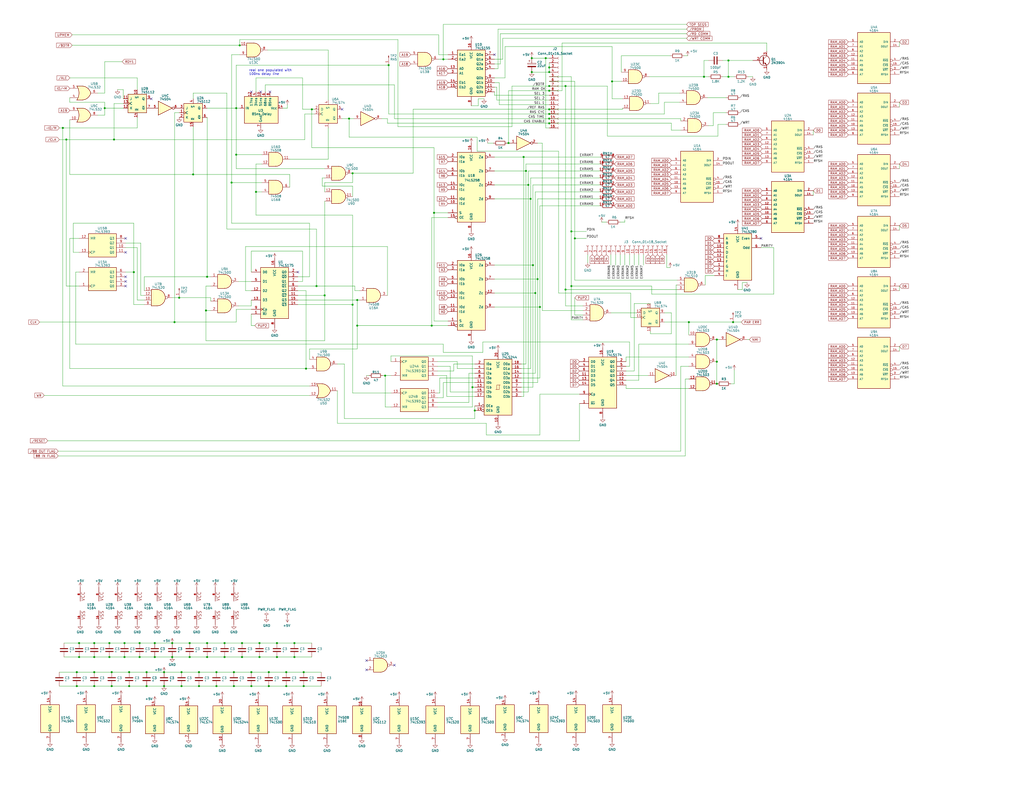
<source format=kicad_sch>
(kicad_sch (version 20230121) (generator eeschema)
  (paper "C")
  (junction (at 139.7 104.775))
  (junction (at 51.435 351.155))
  (junction (at 128.905 59.055))
  (junction (at 299.72 64.77))
  (junction (at 287.02 93.345))
  (junction (at 190.5 64.77))
  (junction (at 99.06 367.03))
  (junction (at 293.37 152.4))
  (junction (at 299.72 46.99))
  (junction (at 141.605 351.155))
  (junction (at 43.18 358.775))
  (junction (at 130.81 24.765))
  (junction (at 241.935 32.385))
  (junction (at 165.735 367.03))
  (junction (at 285.75 85.725))
  (junction (at 112.395 169.545))
  (junction (at 151.13 351.155))
  (junction (at 192.405 166.37))
  (junction (at 93.98 351.155))
  (junction (at 73.025 148.59))
  (junction (at 127.635 367.03))
  (junction (at 118.11 367.03))
  (junction (at 97.79 162.56))
  (junction (at 95.25 175.895))
  (junction (at 51.435 358.775))
  (junction (at 89.535 374.65))
  (junction (at 299.72 59.69))
  (junction (at 70.485 367.03))
  (junction (at 165.735 374.65))
  (junction (at 397.51 33.02))
  (junction (at 177.165 161.29))
  (junction (at 299.72 36.83))
  (junction (at 67.945 358.775))
  (junction (at 59.69 358.775))
  (junction (at 137.16 367.03))
  (junction (at 105.41 95.25))
  (junction (at 84.455 358.775))
  (junction (at 76.2 358.775))
  (junction (at 128.905 84.455))
  (junction (at 122.555 351.155))
  (junction (at 192.405 94.615))
  (junction (at 156.21 374.65))
  (junction (at 113.03 151.13))
  (junction (at 41.91 374.65))
  (junction (at 391.16 185.42))
  (junction (at 299.72 49.53))
  (junction (at 70.485 374.65))
  (junction (at 375.92 175.895))
  (junction (at 51.435 367.03))
  (junction (at 334.01 44.45))
  (junction (at 57.15 59.055))
  (junction (at 156.21 367.03))
  (junction (at 89.535 367.03))
  (junction (at 400.05 175.895))
  (junction (at 132.08 358.775))
  (junction (at 170.18 59.69))
  (junction (at 288.29 100.965))
  (junction (at 236.855 116.205))
  (junction (at 289.56 108.585))
  (junction (at 257.81 211.455))
  (junction (at 80.01 374.65))
  (junction (at 36.195 76.2))
  (junction (at 137.16 374.65))
  (junction (at 167.005 201.295))
  (junction (at 103.505 351.155))
  (junction (at 299.72 39.37))
  (junction (at 67.945 351.155))
  (junction (at 259.08 224.155))
  (junction (at 313.69 130.175))
  (junction (at 118.11 374.65))
  (junction (at 103.505 358.775))
  (junction (at 80.01 367.03))
  (junction (at 141.605 358.775))
  (junction (at 76.2 351.155))
  (junction (at 292.1 160.02))
  (junction (at 308.61 46.99))
  (junction (at 127.635 374.65))
  (junction (at 60.96 374.65))
  (junction (at 43.18 351.155))
  (junction (at 34.29 69.85))
  (junction (at 60.96 367.03))
  (junction (at 299.72 67.31))
  (junction (at 277.495 78.105))
  (junction (at 126.365 99.695))
  (junction (at 384.175 41.91))
  (junction (at 297.815 31.75))
  (junction (at 99.06 374.65))
  (junction (at 311.785 126.365))
  (junction (at 299.72 62.23))
  (junction (at 146.685 367.03))
  (junction (at 235.585 177.8))
  (junction (at 122.555 358.775))
  (junction (at 172.72 156.21))
  (junction (at 93.98 358.775))
  (junction (at 160.655 358.775))
  (junction (at 290.195 31.75))
  (junction (at 108.585 374.65))
  (junction (at 294.64 167.64))
  (junction (at 194.945 177.8))
  (junction (at 62.23 76.2))
  (junction (at 290.195 39.37))
  (junction (at 391.16 209.55))
  (junction (at 308.61 158.115))
  (junction (at 397.51 41.91))
  (junction (at 311.785 156.21))
  (junction (at 108.585 367.03))
  (junction (at 151.13 358.775))
  (junction (at 210.185 205.105))
  (junction (at 113.03 351.155))
  (junction (at 146.685 374.65))
  (junction (at 290.83 144.78))
  (junction (at 84.455 351.155))
  (junction (at 391.16 197.485))
  (junction (at 41.91 367.03))
  (junction (at 51.435 374.65))
  (junction (at 212.09 35.56))
  (junction (at 194.945 163.83))
  (junction (at 59.69 351.155))
  (junction (at 160.655 351.155))
  (junction (at 132.08 351.155))
  (junction (at 113.03 358.775))
  (no_connect (at 269.875 29.845))
  (no_connect (at 137.16 50.165))
  (no_connect (at 200.025 360.68))
  (no_connect (at 68.58 130.175))
  (no_connect (at 415.29 130.175))
  (no_connect (at 68.58 153.67))
  (no_connect (at 200.025 365.76))
  (no_connect (at 186.69 59.69))
  (no_connect (at 82.55 53.975))
  (no_connect (at 68.58 151.13))
  (no_connect (at 147.32 50.165))
  (no_connect (at 162.56 148.59))
  (no_connect (at 68.58 156.21))
  (no_connect (at 68.58 137.795))
  (no_connect (at 215.265 363.22))
  (no_connect (at 142.24 50.165))
  (wire (pts (xy 366.395 182.245) (xy 354.965 182.245)))
  (wire (pts (xy 89.535 374.65) (xy 99.06 374.65)))
  (wire (pts (xy 225.425 94.615) (xy 225.425 59.69)))
  (wire (pts (xy 346.075 165.735) (xy 346.075 202.565)))
  (wire (pts (xy 260.35 82.55) (xy 304.8 82.55)))
  (wire (pts (xy 277.495 78.105) (xy 277.495 49.53)))
  (wire (pts (xy 97.79 61.595) (xy 95.25 61.595)))
  (wire (pts (xy 241.935 192.405) (xy 263.525 192.405)))
  (wire (pts (xy 212.09 35.56) (xy 212.09 62.23)))
  (wire (pts (xy 297.815 31.75) (xy 299.72 31.75)))
  (wire (pts (xy 38.1 130.175) (xy 38.1 201.295)))
  (wire (pts (xy 103.505 358.775) (xy 113.03 358.775)))
  (wire (pts (xy 341.63 212.09) (xy 341.63 210.185)))
  (wire (pts (xy 284.48 198.755) (xy 287.02 198.755)))
  (wire (pts (xy 132.08 358.775) (xy 141.605 358.775)))
  (wire (pts (xy 130.81 24.765) (xy 130.81 21.59)))
  (wire (pts (xy 213.36 214.63) (xy 192.405 214.63)))
  (wire (pts (xy 306.705 49.53) (xy 306.705 23.495)))
  (wire (pts (xy 334.01 53.975) (xy 334.01 44.45)))
  (wire (pts (xy 369.57 153.035) (xy 313.69 153.035)))
  (wire (pts (xy 162.56 166.37) (xy 192.405 166.37)))
  (wire (pts (xy 177.165 99.695) (xy 177.165 104.775)))
  (wire (pts (xy 313.69 172.085) (xy 318.135 172.085)))
  (wire (pts (xy 38.1 95.25) (xy 105.41 95.25)))
  (wire (pts (xy 290.83 144.78) (xy 269.875 144.78)))
  (wire (pts (xy 354.965 165.735) (xy 346.075 165.735)))
  (wire (pts (xy 211.455 67.31) (xy 299.72 67.31)))
  (wire (pts (xy 340.995 144.78) (xy 340.995 139.065)))
  (wire (pts (xy 84.455 358.775) (xy 93.98 358.775)))
  (wire (pts (xy 243.84 216.535) (xy 259.08 216.535)))
  (wire (pts (xy 179.07 86.995) (xy 179.07 69.85)))
  (wire (pts (xy 247.65 198.755) (xy 259.08 198.755)))
  (wire (pts (xy 368.935 205.105) (xy 368.935 155.575)))
  (wire (pts (xy 405.13 154.305) (xy 405.13 158.115)))
  (wire (pts (xy 490.855 55.88) (xy 490.855 58.42)))
  (wire (pts (xy 295.91 78.105) (xy 295.91 169.545)))
  (wire (pts (xy 375.92 207.01) (xy 374.015 207.01)))
  (wire (pts (xy 41.91 367.03) (xy 51.435 367.03)))
  (wire (pts (xy 285.75 85.725) (xy 285.75 216.535)))
  (wire (pts (xy 38.1 201.295) (xy 167.005 201.295)))
  (wire (pts (xy 334.01 25.4) (xy 275.59 25.4)))
  (wire (pts (xy 338.455 144.78) (xy 338.455 139.065)))
  (wire (pts (xy 316.23 220.345) (xy 316.23 240.665)))
  (wire (pts (xy 177.165 97.155) (xy 175.895 97.155)))
  (wire (pts (xy 316.23 215.265) (xy 294.64 215.265)))
  (wire (pts (xy 97.79 162.56) (xy 114.935 162.56)))
  (wire (pts (xy 43.18 351.155) (xy 51.435 351.155)))
  (wire (pts (xy 78.74 161.29) (xy 76.835 161.29)))
  (wire (pts (xy 126.365 29.845) (xy 130.81 29.845)))
  (wire (pts (xy 397.51 33.02) (xy 397.51 41.91)))
  (wire (pts (xy 289.56 97.155) (xy 289.56 108.585)))
  (wire (pts (xy 311.785 156.21) (xy 355.6 156.21)))
  (wire (pts (xy 368.935 155.575) (xy 369.57 155.575)))
  (wire (pts (xy 348.615 144.78) (xy 348.615 139.065)))
  (wire (pts (xy 363.855 146.05) (xy 363.855 139.065)))
  (wire (pts (xy 260.35 74.93) (xy 260.35 82.55)))
  (wire (pts (xy 126.365 99.695) (xy 126.365 121.92)))
  (wire (pts (xy 73.025 148.59) (xy 73.025 166.37)))
  (wire (pts (xy 194.945 163.83) (xy 194.945 177.8)))
  (wire (pts (xy 67.31 53.975) (xy 67.31 48.895)))
  (wire (pts (xy 384.175 33.02) (xy 384.175 41.91)))
  (wire (pts (xy 359.41 56.515) (xy 359.41 50.8)))
  (wire (pts (xy 38.1 65.405) (xy 38.1 95.25)))
  (wire (pts (xy 32.385 374.65) (xy 41.91 374.65)))
  (wire (pts (xy 290.83 100.965) (xy 290.83 144.78)))
  (wire (pts (xy 137.16 367.03) (xy 146.685 367.03)))
  (wire (pts (xy 422.275 135.255) (xy 422.275 160.655)))
  (wire (pts (xy 146.685 367.03) (xy 156.21 367.03)))
  (wire (pts (xy 288.29 93.345) (xy 327.66 93.345)))
  (wire (pts (xy 36.195 76.2) (xy 62.23 76.2)))
  (wire (pts (xy 74.93 163.83) (xy 74.93 135.255)))
  (wire (pts (xy 53.34 50.8) (xy 57.15 50.8)))
  (wire (pts (xy 443.865 104.14) (xy 443.865 106.68)))
  (wire (pts (xy 187.96 228.6) (xy 259.08 228.6)))
  (wire (pts (xy 240.03 214.63) (xy 240.03 206.375)))
  (wire (pts (xy 339.09 30.48) (xy 339.09 39.37)))
  (wire (pts (xy 274.32 32.385) (xy 274.32 20.955)))
  (wire (pts (xy 245.745 200.025) (xy 245.745 213.995)))
  (wire (pts (xy 127.635 374.65) (xy 137.16 374.65)))
  (wire (pts (xy 74.93 48.895) (xy 74.93 42.545)))
  (wire (pts (xy 415.29 135.255) (xy 422.275 135.255)))
  (wire (pts (xy 137.16 137.16) (xy 165.1 137.16)))
  (wire (pts (xy 264.16 53.975) (xy 260.985 53.975)))
  (wire (pts (xy 255.905 219.71) (xy 255.905 203.835)))
  (wire (pts (xy 271.78 37.465) (xy 271.78 15.875)))
  (wire (pts (xy 78.74 151.13) (xy 113.03 151.13)))
  (wire (pts (xy 208.28 64.77) (xy 211.455 64.77)))
  (wire (pts (xy 343.535 200.025) (xy 343.535 186.69)))
  (wire (pts (xy 490.855 89.535) (xy 490.855 92.075)))
  (wire (pts (xy 289.56 108.585) (xy 269.875 108.585)))
  (wire (pts (xy 165.1 59.69) (xy 170.18 59.69)))
  (wire (pts (xy 112.395 169.545) (xy 112.395 186.055)))
  (wire (pts (xy 391.795 67.945) (xy 396.24 67.945)))
  (wire (pts (xy 269.875 85.725) (xy 285.75 85.725)))
  (wire (pts (xy 344.17 173.355) (xy 344.17 160.02)))
  (wire (pts (xy 284.48 203.835) (xy 292.1 203.835)))
  (wire (pts (xy 294.64 112.395) (xy 327.66 112.395)))
  (wire (pts (xy 80.01 367.03) (xy 89.535 367.03)))
  (wire (pts (xy 362.585 62.23) (xy 362.585 55.88)))
  (wire (pts (xy 299.72 52.07) (xy 269.875 52.07)))
  (wire (pts (xy 139.7 42.545) (xy 139.7 50.165)))
  (wire (pts (xy 74.93 135.255) (xy 68.58 135.255)))
  (wire (pts (xy 137.16 171.45) (xy 137.16 177.8)))
  (wire (pts (xy 128.905 59.055) (xy 128.905 84.455)))
  (wire (pts (xy 247.65 202.565) (xy 247.65 198.755)))
  (wire (pts (xy 238.76 222.25) (xy 257.81 222.25)))
  (wire (pts (xy 112.395 169.545) (xy 114.935 169.545)))
  (wire (pts (xy 70.485 374.65) (xy 80.01 374.65)))
  (wire (pts (xy 284.48 208.915) (xy 293.37 208.915)))
  (wire (pts (xy 105.41 53.975) (xy 105.41 50.8)))
  (wire (pts (xy 208.915 205.105) (xy 210.185 205.105)))
  (wire (pts (xy 41.91 374.65) (xy 51.435 374.65)))
  (wire (pts (xy 122.555 358.775) (xy 132.08 358.775)))
  (wire (pts (xy 76.2 358.775) (xy 84.455 358.775)))
  (wire (pts (xy 279.4 46.99) (xy 299.72 46.99)))
  (wire (pts (xy 194.945 190.5) (xy 168.91 190.5)))
  (wire (pts (xy 346.075 202.565) (xy 341.63 202.565)))
  (wire (pts (xy 165.735 367.03) (xy 175.26 367.03)))
  (wire (pts (xy 348.615 207.645) (xy 341.63 207.645)))
  (wire (pts (xy 177.165 109.855) (xy 177.165 161.29)))
  (wire (pts (xy 375.92 175.895) (xy 400.05 175.895)))
  (wire (pts (xy 290.83 100.965) (xy 327.66 100.965)))
  (wire (pts (xy 299.72 67.31) (xy 366.395 67.31)))
  (wire (pts (xy 294.64 215.265) (xy 294.64 237.49)))
  (wire (pts (xy 172.72 156.21) (xy 193.675 156.21)))
  (wire (pts (xy 308.61 158.115) (xy 308.61 167.005)))
  (wire (pts (xy 284.48 213.995) (xy 288.29 213.995)))
  (wire (pts (xy 113.03 351.155) (xy 122.555 351.155)))
  (wire (pts (xy 34.29 69.85) (xy 74.93 69.85)))
  (wire (pts (xy 257.81 211.455) (xy 259.08 211.455)))
  (wire (pts (xy 243.84 205.105) (xy 243.84 216.535)))
  (wire (pts (xy 490.855 123.19) (xy 490.855 125.73)))
  (wire (pts (xy 238.76 205.105) (xy 243.84 205.105)))
  (wire (pts (xy 89.535 367.03) (xy 99.06 367.03)))
  (wire (pts (xy 105.41 95.25) (xy 158.115 95.25)))
  (wire (pts (xy 410.845 41.91) (xy 408.305 41.91)))
  (wire (pts (xy 139.7 89.535) (xy 139.7 104.775)))
  (wire (pts (xy 299.72 34.29) (xy 299.72 36.83)))
  (wire (pts (xy 187.96 198.755) (xy 187.96 228.6)))
  (wire (pts (xy 34.925 351.155) (xy 43.18 351.155)))
  (wire (pts (xy 165.1 42.545) (xy 139.7 42.545)))
  (wire (pts (xy 271.145 47.625) (xy 269.875 47.625)))
  (wire (pts (xy 371.475 200.025) (xy 371.475 246.38)))
  (wire (pts (xy 112.395 156.21) (xy 112.395 169.545)))
  (wire (pts (xy 139.7 104.775) (xy 142.875 104.775)))
  (wire (pts (xy 333.375 144.78) (xy 333.375 139.065)))
  (wire (pts (xy 193.675 158.75) (xy 196.215 158.75)))
  (wire (pts (xy 269.875 52.07) (xy 269.875 50.165)))
  (wire (pts (xy 244.475 32.385) (xy 241.935 32.385)))
  (wire (pts (xy 292.1 160.02) (xy 269.875 160.02)))
  (wire (pts (xy 38.1 42.545) (xy 74.93 42.545)))
  (wire (pts (xy 67.945 358.775) (xy 76.2 358.775)))
  (wire (pts (xy 236.855 80.645) (xy 236.855 116.205)))
  (wire (pts (xy 288.29 93.345) (xy 288.29 100.965)))
  (wire (pts (xy 76.2 351.155) (xy 84.455 351.155)))
  (wire (pts (xy 405.13 158.115) (xy 402.59 158.115)))
  (wire (pts (xy 170.18 80.645) (xy 236.855 80.645)))
  (wire (pts (xy 141.605 351.155) (xy 151.13 351.155)))
  (wire (pts (xy 386.08 53.34) (xy 396.24 53.34)))
  (wire (pts (xy 335.915 144.78) (xy 335.915 139.065)))
  (wire (pts (xy 165.1 137.16) (xy 165.1 153.67)))
  (wire (pts (xy 293.37 78.105) (xy 295.91 78.105)))
  (wire (pts (xy 241.935 208.915) (xy 259.08 208.915)))
  (wire (pts (xy 287.02 89.535) (xy 327.66 89.535)))
  (wire (pts (xy 133.985 158.75) (xy 137.16 158.75)))
  (wire (pts (xy 122.555 351.155) (xy 132.08 351.155)))
  (wire (pts (xy 128.905 84.455) (xy 142.875 84.455)))
  (wire (pts (xy 78.74 166.37) (xy 73.025 166.37)))
  (wire (pts (xy 277.495 49.53) (xy 299.72 49.53)))
  (wire (pts (xy 210.185 205.105) (xy 213.36 205.105)))
  (wire (pts (xy 225.425 59.69) (xy 299.72 59.69)))
  (wire (pts (xy 74.93 69.85) (xy 74.93 64.135)))
  (wire (pts (xy 156.845 59.055) (xy 154.305 59.055)))
  (wire (pts (xy 294.64 112.395) (xy 294.64 167.64)))
  (wire (pts (xy 263.525 192.405) (xy 263.525 186.69)))
  (wire (pts (xy 43.18 130.175) (xy 38.1 130.175)))
  (wire (pts (xy 297.815 69.85) (xy 297.815 31.75)))
  (wire (pts (xy 194.945 177.8) (xy 194.945 190.5)))
  (wire (pts (xy 167.005 158.75) (xy 167.005 201.295)))
  (wire (pts (xy 290.195 39.37) (xy 299.72 39.37)))
  (wire (pts (xy 133.985 134.62) (xy 133.985 158.75)))
  (wire (pts (xy 292.1 104.775) (xy 292.1 160.02)))
  (wire (pts (xy 389.89 150.495) (xy 384.81 150.495)))
  (wire (pts (xy 351.155 144.78) (xy 351.155 139.065)))
  (wire (pts (xy 241.935 217.17) (xy 241.935 208.915)))
  (wire (pts (xy 276.86 78.105) (xy 277.495 78.105)))
  (wire (pts (xy 194.945 163.83) (xy 196.215 163.83)))
  (wire (pts (xy 259.08 221.615) (xy 259.08 224.155)))
  (wire (pts (xy 391.16 185.42) (xy 391.16 197.485)))
  (wire (pts (xy 210.185 222.25) (xy 210.185 205.105)))
  (wire (pts (xy 99.06 367.03) (xy 108.585 367.03)))
  (wire (pts (xy 130.175 167.005) (xy 137.16 167.005)))
  (wire (pts (xy 21.59 175.895) (xy 95.25 175.895)))
  (wire (pts (xy 166.37 62.23) (xy 171.45 62.23)))
  (wire (pts (xy 354.965 182.245) (xy 354.965 180.975)))
  (wire (pts (xy 375.92 187.96) (xy 348.615 187.96)))
  (wire (pts (xy 170.18 59.69) (xy 171.45 59.69)))
  (wire (pts (xy 190.5 64.77) (xy 190.5 74.93)))
  (wire (pts (xy 51.435 351.155) (xy 59.69 351.155)))
  (wire (pts (xy 422.275 160.655) (xy 355.6 160.655)))
  (wire (pts (xy 308.61 46.99) (xy 308.61 158.115)))
  (wire (pts (xy 126.365 29.845) (xy 126.365 99.695)))
  (wire (pts (xy 235.585 118.745) (xy 235.585 177.8)))
  (wire (pts (xy 95.25 61.595) (xy 95.25 175.895)))
  (wire (pts (xy 308.61 46.99) (xy 331.47 46.99)))
  (wire (pts (xy 311.785 156.21) (xy 311.785 174.625)))
  (wire (pts (xy 293.37 152.4) (xy 269.875 152.4)))
  (wire (pts (xy 114.935 164.465) (xy 114.935 162.56)))
  (wire (pts (xy 103.505 351.155) (xy 113.03 351.155)))
  (wire (pts (xy 362.585 175.895) (xy 375.92 175.895)))
  (wire (pts (xy 304.8 82.55) (xy 304.8 160.02)))
  (wire (pts (xy 311.785 126.365) (xy 320.04 126.365)))
  (wire (pts (xy 179.07 54.61) (xy 179.07 27.305)))
  (wire (pts (xy 418.465 23.495) (xy 418.465 27.94)))
  (wire (pts (xy 184.15 231.14) (xy 265.43 231.14)))
  (wire (pts (xy 287.02 93.345) (xy 287.02 198.755)))
  (wire (pts (xy 158.115 86.995) (xy 179.07 86.995)))
  (wire (pts (xy 215.265 64.77) (xy 299.72 64.77)))
  (wire (pts (xy 271.78 15.875) (xy 374.65 15.875)))
  (wire (pts (xy 162.56 156.21) (xy 172.72 156.21)))
  (wire (pts (xy 257.81 211.455) (xy 257.81 194.31)))
  (wire (pts (xy 128.905 168.91) (xy 137.16 168.91)))
  (wire (pts (xy 328.295 121.285) (xy 330.835 121.285)))
  (wire (pts (xy 288.29 100.965) (xy 288.29 213.995)))
  (wire (pts (xy 292.1 104.775) (xy 327.66 104.775)))
  (wire (pts (xy 394.335 41.91) (xy 397.51 41.91)))
  (wire (pts (xy 130.81 21.59) (xy 217.17 21.59)))
  (wire (pts (xy 318.135 167.005) (xy 308.61 167.005)))
  (wire (pts (xy 239.395 29.845) (xy 244.475 29.845)))
  (wire (pts (xy 36.195 76.2) (xy 36.195 156.21)))
  (wire (pts (xy 168.91 121.92) (xy 168.91 151.13)))
  (wire (pts (xy 263.525 186.69) (xy 343.535 186.69)))
  (wire (pts (xy 34.925 358.775) (xy 43.18 358.775)))
  (wire (pts (xy 78.74 158.75) (xy 78.74 151.13)))
  (wire (pts (xy 212.09 62.23) (xy 299.72 62.23)))
  (wire (pts (xy 128.905 84.455) (xy 128.905 92.075)))
  (wire (pts (xy 341.63 200.025) (xy 343.535 200.025)))
  (wire (pts (xy 313.69 130.175) (xy 313.69 153.035)))
  (wire (pts (xy 245.745 213.995) (xy 259.08 213.995)))
  (wire (pts (xy 200.025 205.105) (xy 201.295 205.105)))
  (wire (pts (xy 275.59 25.4) (xy 275.59 42.545)))
  (wire (pts (xy 255.905 203.835) (xy 259.08 203.835)))
  (wire (pts (xy 60.96 374.65) (xy 70.485 374.65)))
  (wire (pts (xy 51.435 374.65) (xy 60.96 374.65)))
  (wire (pts (xy 211.455 134.62) (xy 133.985 134.62)))
  (wire (pts (xy 156.21 367.03) (xy 165.735 367.03)))
  (wire (pts (xy 238.76 200.025) (xy 245.745 200.025)))
  (wire (pts (xy 287.02 89.535) (xy 287.02 93.345)))
  (wire (pts (xy 73.025 121.92) (xy 73.025 148.59)))
  (wire (pts (xy 211.455 161.29) (xy 211.455 134.62)))
  (wire (pts (xy 137.16 167.005) (xy 137.16 163.83)))
  (wire (pts (xy 213.36 197.485) (xy 213.36 194.31)))
  (wire (pts (xy 40.005 137.795) (xy 40.005 121.92)))
  (wire (pts (xy 362.585 55.88) (xy 370.84 55.88)))
  (wire (pts (xy 175.895 97.155) (xy 175.895 101.6)))
  (wire (pts (xy 192.405 99.695) (xy 177.165 99.695)))
  (wire (pts (xy 190.5 64.77) (xy 186.69 64.77)))
  (wire (pts (xy 241.935 187.96) (xy 241.935 192.405)))
  (wire (pts (xy 313.69 44.45) (xy 313.69 130.175)))
  (wire (pts (xy 297.815 31.75) (xy 290.195 31.75)))
  (wire (pts (xy 80.01 374.65) (xy 89.535 374.65)))
  (wire (pts (xy 99.06 374.65) (xy 108.585 374.65)))
  (wire (pts (xy 34.29 210.82) (xy 168.91 210.82)))
  (wire (pts (xy 112.395 186.055) (xy 177.165 186.055)))
  (wire (pts (xy 108.585 367.03) (xy 118.11 367.03)))
  (wire (pts (xy 144.78 46.355) (xy 144.78 50.165)))
  (wire (pts (xy 78.74 163.83) (xy 74.93 163.83)))
  (wire (pts (xy 128.905 35.56) (xy 212.09 35.56)))
  (wire (pts (xy 213.36 194.31) (xy 257.81 194.31)))
  (wire (pts (xy 113.03 59.055) (xy 128.905 59.055)))
  (wire (pts (xy 284.48 211.455) (xy 290.83 211.455)))
  (wire (pts (xy 113.03 64.135) (xy 113.03 151.13)))
  (wire (pts (xy 162.56 163.83) (xy 194.945 163.83)))
  (wire (pts (xy 38.1 55.88) (xy 57.15 55.88)))
  (wire (pts (xy 192.405 94.615) (xy 192.405 99.695)))
  (wire (pts (xy 260.985 53.975) (xy 260.985 57.785)))
  (wire (pts (xy 57.15 62.865) (xy 53.34 62.865)))
  (wire (pts (xy 211.455 67.31) (xy 211.455 64.77)))
  (wire (pts (xy 334.01 44.45) (xy 334.01 25.4)))
  (wire (pts (xy 141.605 358.775) (xy 151.13 358.775)))
  (wire (pts (xy 313.69 130.175) (xy 320.04 130.175)))
  (wire (pts (xy 172.72 125.095) (xy 123.825 125.095)))
  (wire (pts (xy 59.69 358.775) (xy 67.945 358.775)))
  (wire (pts (xy 284.48 206.375) (xy 294.64 206.375)))
  (wire (pts (xy 113.03 151.13) (xy 114.935 151.13)))
  (wire (pts (xy 128.905 59.055) (xy 130.81 59.055)))
  (wire (pts (xy 238.76 197.485) (xy 249.555 197.485)))
  (wire (pts (xy 76.835 161.29) (xy 76.835 132.715)))
  (wire (pts (xy 340.995 121.285) (xy 338.455 121.285)))
  (wire (pts (xy 269.875 34.925) (xy 273.05 34.925)))
  (wire (pts (xy 165.1 153.67) (xy 162.56 153.67)))
  (wire (pts (xy 62.23 76.2) (xy 166.37 76.2)))
  (wire (pts (xy 114.935 156.21) (xy 112.395 156.21)))
  (wire (pts (xy 238.76 214.63) (xy 240.03 214.63)))
  (wire (pts (xy 215.265 64.77) (xy 215.265 46.355)))
  (wire (pts (xy 160.655 358.775) (xy 170.18 358.775)))
  (wire (pts (xy 299.72 36.83) (xy 299.72 39.37)))
  (wire (pts (xy 400.685 41.91) (xy 397.51 41.91)))
  (wire (pts (xy 260.985 57.785) (xy 257.175 57.785)))
  (wire (pts (xy 184.15 213.36) (xy 184.15 231.14)))
  (wire (pts (xy 238.76 217.17) (xy 241.935 217.17)))
  (wire (pts (xy 41.275 148.59) (xy 41.275 187.96)))
  (wire (pts (xy 311.785 126.365) (xy 311.785 156.21)))
  (wire (pts (xy 51.435 367.03) (xy 60.96 367.03)))
  (wire (pts (xy 295.91 169.545) (xy 318.135 169.545)))
  (wire (pts (xy 146.685 374.65) (xy 156.21 374.65)))
  (wire (pts (xy 365.76 30.48) (xy 339.09 30.48)))
  (wire (pts (xy 389.255 61.595) (xy 396.24 61.595)))
  (wire (pts (xy 192.405 166.37) (xy 192.405 214.63)))
  (wire (pts (xy 292.1 203.835) (xy 292.1 160.02)))
  (wire (pts (xy 339.725 59.69) (xy 339.725 59.055)))
  (wire (pts (xy 151.13 351.155) (xy 160.655 351.155)))
  (wire (pts (xy 311.785 174.625) (xy 318.135 174.625)))
  (wire (pts (xy 67.31 59.055) (xy 57.15 59.055)))
  (wire (pts (xy 146.05 27.305) (xy 179.07 27.305)))
  (wire (pts (xy 299.72 59.69) (xy 339.725 59.69)))
  (wire (pts (xy 359.41 50.8) (xy 370.84 50.8)))
  (wire (pts (xy 241.935 32.385) (xy 241.935 13.335)))
  (wire (pts (xy 331.47 74.295) (xy 391.795 74.295)))
  (wire (pts (xy 241.935 13.335) (xy 374.65 13.335)))
  (wire (pts (xy 240.03 206.375) (xy 259.08 206.375)))
  (wire (pts (xy 271.145 54.61) (xy 271.145 47.625)))
  (wire (pts (xy 73.025 148.59) (xy 68.58 148.59)))
  (wire (pts (xy 398.78 209.55) (xy 400.685 209.55)))
  (wire (pts (xy 269.875 37.465) (xy 271.78 37.465)))
  (wire (pts (xy 162.56 158.75) (xy 167.005 158.75)))
  (wire (pts (xy 410.845 33.02) (xy 397.51 33.02)))
  (wire (pts (xy 299.72 69.85) (xy 297.815 69.85)))
  (wire (pts (xy 313.69 162.56) (xy 313.69 172.085)))
  (wire (pts (xy 192.405 117.475) (xy 192.405 166.37)))
  (wire (pts (xy 41.275 187.96) (xy 241.935 187.96)))
  (wire (pts (xy 375.92 200.025) (xy 371.475 200.025)))
  (wire (pts (xy 299.72 54.61) (xy 271.145 54.61)))
  (wire (pts (xy 313.69 44.45) (xy 299.72 44.45)))
  (wire (pts (xy 290.195 31.115) (xy 290.195 31.75)))
  (wire (pts (xy 355.6 160.655) (xy 355.6 156.21)))
  (wire (pts (xy 375.285 30.48) (xy 373.38 30.48)))
  (wire (pts (xy 60.96 367.03) (xy 70.485 367.03)))
  (wire (pts (xy 443.865 71.12) (xy 443.865 73.66)))
  (wire (pts (xy 118.11 367.03) (xy 127.635 367.03)))
  (wire (pts (xy 127.635 367.03) (xy 137.16 367.03)))
  (wire (pts (xy 165.735 374.65) (xy 175.26 374.65)))
  (wire (pts (xy 299.72 49.53) (xy 306.705 49.53)))
  (wire (pts (xy 354.965 56.515) (xy 359.41 56.515)))
  (wire (pts (xy 249.555 197.485) (xy 249.555 201.295)))
  (wire (pts (xy 93.98 351.155) (xy 103.505 351.155)))
  (wire (pts (xy 137.16 148.59) (xy 137.16 137.16)))
  (wire (pts (xy 139.7 104.775) (xy 139.7 117.475)))
  (wire (pts (xy 172.72 125.095) (xy 172.72 156.21)))
  (wire (pts (xy 392.43 185.42) (xy 391.16 185.42)))
  (wire (pts (xy 235.585 177.8) (xy 244.475 177.8)))
  (wire (pts (xy 366.395 71.12) (xy 371.475 71.12)))
  (wire (pts (xy 311.785 41.91) (xy 311.785 126.365)))
  (wire (pts (xy 162.56 151.13) (xy 168.91 151.13)))
  (wire (pts (xy 275.59 42.545) (xy 269.875 42.545)))
  (wire (pts (xy 126.365 99.695) (xy 142.875 99.695)))
  (wire (pts (xy 126.365 121.92) (xy 168.91 121.92)))
  (wire (pts (xy 31.75 246.38) (xy 371.475 246.38)))
  (wire (pts (xy 353.695 205.105) (xy 341.63 205.105)))
  (wire (pts (xy 306.705 23.495) (xy 418.465 23.495)))
  (wire (pts (xy 294.64 206.375) (xy 294.64 167.64)))
  (wire (pts (xy 238.76 219.71) (xy 255.905 219.71)))
  (wire (pts (xy 277.495 78.105) (xy 278.13 78.105)))
  (wire (pts (xy 266.065 78.105) (xy 269.24 78.105)))
  (wire (pts (xy 132.08 351.155) (xy 141.605 351.155)))
  (wire (pts (xy 57.15 59.055) (xy 57.15 62.865)))
  (wire (pts (xy 167.005 201.295) (xy 168.91 201.295)))
  (wire (pts (xy 274.32 20.955) (xy 374.65 20.955)))
  (wire (pts (xy 137.16 177.8) (xy 139.065 177.8)))
  (wire (pts (xy 43.18 148.59) (xy 41.275 148.59)))
  (wire (pts (xy 57.15 55.88) (xy 57.15 59.055)))
  (wire (pts (xy 76.835 132.715) (xy 68.58 132.715)))
  (wire (pts (xy 184.15 198.755) (xy 187.96 198.755)))
  (wire (pts (xy 371.475 64.77) (xy 371.475 66.04)))
  (wire (pts (xy 95.25 175.895) (xy 128.905 175.895)))
  (wire (pts (xy 236.855 116.205) (xy 244.475 116.205)))
  (wire (pts (xy 273.05 18.415) (xy 374.65 18.415)))
  (wire (pts (xy 213.36 222.25) (xy 210.185 222.25)))
  (wire (pts (xy 40.005 121.92) (xy 73.025 121.92)))
  (wire (pts (xy 170.18 59.69) (xy 170.18 80.645)))
  (wire (pts (xy 366.395 67.31) (xy 366.395 71.12)))
  (wire (pts (xy 341.63 194.945) (xy 341.63 197.485)))
  (wire (pts (xy 279.4 46.99) (xy 279.4 69.215)))
  (wire (pts (xy 156.21 374.65) (xy 165.735 374.65)))
  (wire (pts (xy 43.18 358.775) (xy 51.435 358.775)))
  (wire (pts (xy 67.31 48.895) (xy 64.135 48.895)))
  (wire (pts (xy 407.67 154.305) (xy 405.13 154.305)))
  (wire (pts (xy 57.15 33.655) (xy 66.675 33.655)))
  (wire (pts (xy 375.92 175.895) (xy 375.92 182.88)))
  (wire (pts (xy 394.335 33.02) (xy 397.51 33.02)))
  (wire (pts (xy 386.715 68.58) (xy 389.255 68.58)))
  (wire (pts (xy 137.16 374.65) (xy 146.685 374.65)))
  (wire (pts (xy 156.845 57.15) (xy 156.845 59.055)))
  (wire (pts (xy 31.75 248.92) (xy 374.015 248.92)))
  (wire (pts (xy 128.905 175.895) (xy 128.905 168.91)))
  (wire (pts (xy 236.855 175.26) (xy 244.475 175.26)))
  (wire (pts (xy 365.76 146.05) (xy 363.855 146.05)))
  (wire (pts (xy 194.945 177.8) (xy 235.585 177.8)))
  (wire (pts (xy 293.37 108.585) (xy 293.37 152.4)))
  (wire (pts (xy 272.415 45.085) (xy 269.875 45.085)))
  (wire (pts (xy 105.41 50.8) (xy 123.825 50.8)))
  (wire (pts (xy 166.37 76.2) (xy 166.37 62.23)))
  (wire (pts (xy 257.81 222.25) (xy 257.81 211.455)))
  (wire (pts (xy 175.895 101.6) (xy 192.405 101.6)))
  (wire (pts (xy 238.76 202.565) (xy 247.65 202.565)))
  (wire (pts (xy 347.345 173.355) (xy 344.17 173.355)))
  (wire (pts (xy 284.48 201.295) (xy 289.56 201.295)))
  (wire (pts (xy 331.47 46.99) (xy 331.47 74.295)))
  (wire (pts (xy 123.825 50.8) (xy 123.825 125.095)))
  (wire (pts (xy 192.405 101.6) (xy 192.405 107.315)))
  (wire (pts (xy 400.05 175.895) (xy 404.495 175.895)))
  (wire (pts (xy 151.13 358.775) (xy 160.655 358.775)))
  (wire (pts (xy 193.675 156.21) (xy 193.675 158.75)))
  (wire (pts (xy 384.81 150.495) (xy 384.81 155.575)))
  (wire (pts (xy 362.585 170.815) (xy 366.395 170.815)))
  (wire (pts (xy 299.72 46.99) (xy 308.61 46.99)))
  (wire (pts (xy 407.67 185.42) (xy 408.94 185.42)))
  (wire (pts (xy 130.175 153.67) (xy 137.16 153.67)))
  (wire (pts (xy 217.17 21.59) (xy 217.17 69.215)))
  (wire (pts (xy 193.04 64.77) (xy 190.5 64.77)))
  (wire (pts (xy 293.37 208.915) (xy 293.37 152.4)))
  (wire (pts (xy 354.33 41.91) (xy 384.175 41.91)))
  (wire (pts (xy 32.385 69.85) (xy 34.29 69.85)))
  (wire (pts (xy 308.61 158.115) (xy 369.57 158.115)))
  (wire (pts (xy 84.455 351.155) (xy 93.98 351.155)))
  (wire (pts (xy 144.78 46.355) (xy 215.265 46.355)))
  (wire (pts (xy 259.08 224.155) (xy 259.08 228.6)))
  (wire (pts (xy 249.555 201.295) (xy 259.08 201.295)))
  (wire (pts (xy 320.675 143.51) (xy 320.675 139.065)))
  (wire (pts (xy 279.4 69.215) (xy 217.17 69.215)))
  (wire (pts (xy 70.485 367.03) (xy 80.01 367.03)))
  (wire (pts (xy 168.91 190.5) (xy 168.91 196.215)))
  (wire (pts (xy 236.855 116.205) (xy 236.855 175.26)))
  (wire (pts (xy 490.855 189.23) (xy 490.855 191.77)))
  (wire (pts (xy 241.935 32.385) (xy 239.395 32.385)))
  (wire (pts (xy 304.8 160.02) (xy 344.17 160.02)))
  (wire (pts (xy 285.75 85.725) (xy 327.66 85.725)))
  (wire (pts (xy 287.02 93.345) (xy 269.875 93.345)))
  (wire (pts (xy 244.475 118.745) (xy 235.585 118.745)))
  (wire (pts (xy 32.385 76.2) (xy 36.195 76.2)))
  (wire (pts (xy 165.1 59.69) (xy 165.1 42.545)))
  (wire (pts (xy 285.75 216.535) (xy 284.48 216.535)))
  (wire (pts (xy 375.92 194.945) (xy 341.63 194.945)))
  (wire (pts (xy 158.115 95.25) (xy 158.115 102.235)))
  (wire (pts (xy 113.03 358.775) (xy 122.555 358.775)))
  (wire (pts (xy 299.72 57.15) (xy 272.415 57.15)))
  (wire (pts (xy 343.535 144.78) (xy 343.535 139.065)))
  (wire (pts (xy 265.43 231.14) (xy 265.43 237.49)))
  (wire (pts (xy 346.075 144.78) (xy 346.075 139.065)))
  (wire (pts (xy 366.395 170.815) (xy 366.395 182.245)))
  (wire (pts (xy 34.29 69.85) (xy 34.29 210.82)))
  (wire (pts (xy 348.615 187.96) (xy 348.615 207.645)))
  (wire (pts (xy 239.395 29.845) (xy 239.395 19.05)))
  (wire (pts (xy 386.715 41.91) (xy 384.175 41.91)))
  (wire (pts (xy 142.875 89.535) (xy 139.7 89.535)))
  (wire (pts (xy 490.855 156.21) (xy 490.855 158.75)))
  (wire (pts (xy 192.405 94.615) (xy 225.425 94.615)))
  (wire (pts (xy 160.655 351.155) (xy 170.18 351.155)))
  (wire (pts (xy 269.875 32.385) (xy 274.32 32.385)))
  (wire (pts (xy 62.23 56.515) (xy 62.23 76.2)))
  (wire (pts (xy 340.995 120.015) (xy 340.995 121.285)))
  (wire (pts (xy 177.165 161.29) (xy 162.56 161.29)))
  (wire (pts (xy 391.795 74.295) (xy 391.795 67.945)))
  (wire (pts (xy 339.725 53.975) (xy 334.01 53.975)))
  (wire (pts (xy 299.72 62.23) (xy 362.585 62.23)))
  (wire (pts (xy 105.41 95.25) (xy 105.41 69.215)))
  (wire (pts (xy 43.18 137.795) (xy 40.005 137.795)))
  (wire (pts (xy 32.385 367.03) (xy 41.91 367.03)))
  (wire (pts (xy 272.415 57.15) (xy 272.415 45.085)))
  (wire (pts (xy 59.69 351.155) (xy 67.945 351.155)))
  (wire (pts (xy 128.905 92.075) (xy 177.165 92.075)))
  (wire (pts (xy 290.83 211.455) (xy 290.83 144.78)))
  (wire (pts (xy 490.855 22.86) (xy 490.855 25.4)))
  (wire (pts (xy 299.72 64.77) (xy 371.475 64.77)))
  (wire (pts (xy 384.175 33.02) (xy 386.715 33.02)))
  (wire (pts (xy 375.92 212.09) (xy 341.63 212.09)))
  (wire (pts (xy 67.31 56.515) (xy 62.23 56.515)))
  (wire (pts (xy 51.435 358.775) (xy 59.69 358.775)))
  (wire (pts (xy 39.37 19.05) (xy 239.395 19.05)))
  (wire (pts (xy 334.01 44.45) (xy 339.09 44.45)))
  (wire (pts (xy 118.11 374.65) (xy 127.635 374.65)))
  (wire (pts (xy 139.7 117.475) (xy 192.405 117.475)))
  (wire (pts (xy 190.5 74.93) (xy 260.35 74.93)))
  (wire (pts (xy 108.585 374.65) (xy 118.11 374.65)))
  (wire (pts (xy 294.64 167.64) (xy 269.875 167.64)))
  (wire (pts (xy 391.16 197.485) (xy 391.16 209.55)))
  (wire (pts (xy 389.255 68.58) (xy 389.255 61.595)))
  (wire (pts (xy 24.13 215.9) (xy 168.91 215.9)))
  (wire (pts (xy 288.29 100.965) (xy 269.875 100.965)))
  (wire (pts (xy 400.685 209.55) (xy 400.685 201.93)))
  (wire (pts (xy 38.1 53.34) (xy 38.1 55.88)))
  (wire (pts (xy 26.035 240.665) (xy 316.23 240.665)))
  (wire (pts (xy 273.05 34.925) (xy 273.05 18.415)))
  (wire (pts (xy 128.905 59.055) (xy 128.905 35.56)))
  (wire (pts (xy 67.945 351.155) (xy 76.2 351.155)))
  (wire (pts (xy 293.37 108.585) (xy 327.66 108.585)))
  (wire (pts (xy 177.165 161.29) (xy 177.165 186.055)))
  (wire (pts (xy 374.015 207.01) (xy 374.015 248.92)))
  (wire (pts (xy 289.56 108.585) (xy 289.56 201.295)))
  (wire (pts (xy 57.15 50.8) (xy 57.15 33.655)))
  (wire (pts (xy 93.98 162.56) (xy 97.79 162.56)))
  (wire (pts (xy 311.785 41.91) (xy 299.72 41.91)))
  (wire (pts (xy 347.345 170.815) (xy 333.375 170.815)))
  (wire (pts (xy 289.56 97.155) (xy 327.66 97.155)))
  (wire (pts (xy 39.37 24.765) (xy 130.81 24.765)))
  (wire (pts (xy 43.18 156.21) (xy 36.195 156.21)))
  (wire (pts (xy 265.43 237.49) (xy 294.64 237.49)))
  (wire (pts (xy 93.98 358.775) (xy 103.505 358.775)))
  (text "real one populated with\n100ns delay line" (at 135.89 41.275 0) (effects (font (size 1.27 1.27)) (justify left bottom)))
  (label "CAS TIME" (at 288.29 64.77 0))
  (label "{slash}RAS" (at 443.865 81.28 0))
  (label "PDOUT" (at 394.335 90.17 0))
  (label "{slash}RAS" (at 490.855 166.37 0))
  (label "EXRAM7" (at 316.23 85.725 0))
  (label "EXRAM2" (at 316.23 104.775 0))
  (label "RFSH" (at 443.865 121.92 0))
  (label "{slash}CAS" (at 490.855 35.56 0))
  (label "EXRAM0" (at 316.23 112.395 0))
  (label "EXRAM4" (at 340.995 144.78 270))
  (label "RFSH" (at 443.865 88.9 0))
  (label "EXRAM7" (at 351.155 144.78 270))
  (label "EXRAM3" (at 316.23 100.965 0))
  (label "RFSH" (at 490.855 173.99 0))
  (label "{slash}WRT" (at 490.855 138.43 0))
  (label "{slash}WRT" (at 490.855 204.47 0))
  (label "CAS ENABLE" (at 285.75 67.31 0))
  (label "{slash}CAS" (at 443.865 116.84 0))
  (label "{slash}WRT" (at 403.86 67.945 0))
  (label "EXRAM1" (at 316.23 108.585 0))
  (label "{slash}CAS" (at 490.855 135.89 0))
  (label "PDOUT" (at 320.04 130.175 0))
  (label "RFSH" (at 490.855 207.01 0))
  (label "{slash}RAS" (at 490.855 99.695 0))
  (label "PARITY" (at 415.29 135.255 0))
  (label "RFSH" (at 490.855 73.66 0))
  (label "RFSH" (at 340.995 120.015 0))
  (label "PDIN" (at 394.335 87.63 0))
  (label "{slash}CAS" (at 490.855 102.235 0))
  (label "RFSH" (at 394.335 105.41 0))
  (label "SEL 3" (at 291.465 52.07 0))
  (label "{slash}WRT" (at 490.855 104.775 0))
  (label "PARITY" (at 311.785 174.625 0))
  (label "{slash}WRT" (at 490.855 171.45 0))
  (label "EXRAM6" (at 316.23 89.535 0))
  (label "{slash}RAS" (at 490.855 199.39 0))
  (label "RFSH" (at 490.855 140.97 0))
  (label "EXRAM0" (at 338.455 144.78 270))
  (label "EXRAM5" (at 316.23 93.345 0))
  (label "PDIN" (at 320.04 126.365 0))
  (label "{slash}RAS" (at 490.855 133.35 0))
  (label "SEL 2" (at 291.465 54.61 0))
  (label "RAM OK" (at 290.195 49.53 0))
  (label "{slash}RAS" (at 490.855 33.02 0))
  (label "{slash}CAS" (at 394.335 100.33 0))
  (label "RAS CYC" (at 288.925 62.23 0))
  (label "{slash}CAS" (at 490.855 168.91 0))
  (label "{slash}CAS" (at 443.865 83.82 0))
  (label "{slash}WRT" (at 394.335 102.87 0))
  (label "RFSH" (at 490.855 40.64 0))
  (label "{slash}CAS" (at 490.855 68.58 0))
  (label "{slash}RAS" (at 443.865 114.3 0))
  (label "{slash}WRT" (at 443.865 119.38 0))
  (label "{slash}RAS" (at 394.335 97.79 0))
  (label "EXRAM2" (at 343.535 144.78 270))
  (label "EXRAM1" (at 348.615 144.78 270))
  (label "EXRAM3" (at 335.915 144.78 270))
  (label "EXRAM6" (at 333.375 144.78 270))
  (label "{slash}CAS" (at 490.855 201.93 0))
  (label "{slash}REF RAS" (at 287.655 59.69 0))
  (label "{slash}WRT" (at 490.855 71.12 0))
  (label "{slash}BDTR" (at 290.83 46.99 0))
  (label "{slash}RAS" (at 490.855 66.04 0))
  (label "{slash}RAS" (at 403.86 53.34 0))
  (label "EXRAM5" (at 346.075 144.78 270))
  (label "SEL 1" (at 291.465 57.15 0))
  (label "{slash}WRT" (at 443.865 86.36 0))
  (label "{slash}CAS" (at 403.86 61.595 0))
  (label "{slash}WRT" (at 490.855 38.1 0))
  (label "RFSH" (at 490.855 107.315 0))
  (label "EXRAM4" (at 316.23 97.155 0))
  (global_label "RAM_AD0" (shape input) (at 415.925 104.14 180) (property "Intersheetrefs" "${INTERSHEET_REFS}" (effects hide)))
  (global_label "D1" (shape input) (at 443.865 104.14 0) (property "Intersheetrefs" "${INTERSHEET_REFS}" (effects hide)))
  (global_label "D7" (shape input) (at 316.23 210.185 180) (property "Intersheetrefs" "${INTERSHEET_REFS}" (effects hide)))
  (global_label "RAM_AD4" (shape input) (at 462.915 66.04 180) (property "Intersheetrefs" "${INTERSHEET_REFS}" (effects hide)))
  (global_label "RAM_AD6" (shape input) (at 415.925 119.38 180) (property "Intersheetrefs" "${INTERSHEET_REFS}" (effects hide)))
  (global_label "A7" (shape input) (at 244.475 88.265 180) (property "Intersheetrefs" "${INTERSHEET_REFS}" (effects hide)))
  (global_label "PUP2" (shape input) (at 313.69 162.56 0) (property "Intersheetrefs" "${INTERSHEET_REFS}" (effects hide)))
  (global_label "RAM_AD5" (shape input) (at 462.915 102.235 180) (property "Intersheetrefs" "${INTERSHEET_REFS}" (effects hide)))
  (global_label "RAM_AD5" (shape input) (at 415.925 83.82 180) (property "Intersheetrefs" "${INTERSHEET_REFS}" (effects hide)))
  (global_label "D6" (shape input) (at 325.755 139.065 270) (property "Intersheetrefs" "${INTERSHEET_REFS}" (effects hide)))
  (global_label "IO{slash}~M" (shape input) (at 38.1 48.26 180) (property "Intersheetrefs" "${INTERSHEET_REFS}" (effects hide)))
  (global_label "A12" (shape input) (at 244.475 108.585 180) (property "Intersheetrefs" "${INTERSHEET_REFS}" (effects hide)))
  (global_label "A13" (shape input) (at 244.475 100.965 180) (property "Intersheetrefs" "${INTERSHEET_REFS}" (effects hide)))
  (global_label "RAM_AD1" (shape input) (at 462.915 25.4 180) (property "Intersheetrefs" "${INTERSHEET_REFS}" (effects hide)))
  (global_label "D4" (shape input) (at 490.855 89.535 0) (property "Intersheetrefs" "${INTERSHEET_REFS}" (effects hide)))
  (global_label "A15" (shape input) (at 244.475 85.725 180) (property "Intersheetrefs" "${INTERSHEET_REFS}" (effects hide)))
  (global_label "RAM_AD5" (shape input) (at 415.925 116.84 180) (property "Intersheetrefs" "${INTERSHEET_REFS}" (effects hide)))
  (global_label "RAM_AD3" (shape input) (at 415.925 78.74 180) (property "Intersheetrefs" "${INTERSHEET_REFS}" (effects hide)))
  (global_label "RAM_AD3" (shape input) (at 462.915 163.83 180) (property "Intersheetrefs" "${INTERSHEET_REFS}" (effects hide)))
  (global_label "D3" (shape input) (at 353.695 139.065 270) (property "Intersheetrefs" "${INTERSHEET_REFS}" (effects hide)))
  (global_label "A5" (shape input) (at 244.475 103.505 180) (property "Intersheetrefs" "${INTERSHEET_REFS}" (effects hide)))
  (global_label "RAM_AD3" (shape input) (at 462.915 196.85 180) (property "Intersheetrefs" "${INTERSHEET_REFS}" (effects hide)))
  (global_label "RAM_AD7" (shape input) (at 335.28 85.725 0) (property "Intersheetrefs" "${INTERSHEET_REFS}" (effects hide)))
  (global_label "RAM_AD4" (shape input) (at 462.915 199.39 180) (property "Intersheetrefs" "${INTERSHEET_REFS}" (effects hide)))
  (global_label "A1" (shape input) (at 244.475 154.94 180) (property "Intersheetrefs" "${INTERSHEET_REFS}" (effects hide)))
  (global_label "D4" (shape input) (at 330.835 139.065 270) (property "Intersheetrefs" "${INTERSHEET_REFS}" (effects hide)))
  (global_label "RAM_AD2" (shape input) (at 415.925 109.22 180) (property "Intersheetrefs" "${INTERSHEET_REFS}" (effects hide)))
  (global_label "RAM_AD2" (shape input) (at 462.915 194.31 180) (property "Intersheetrefs" "${INTERSHEET_REFS}" (effects hide)))
  (global_label "RAM_AD2" (shape input) (at 462.915 60.96 180) (property "Intersheetrefs" "${INTERSHEET_REFS}" (effects hide)))
  (global_label "RAM_AD5" (shape input) (at 462.915 135.89 180) (property "Intersheetrefs" "${INTERSHEET_REFS}" (effects hide)))
  (global_label "RAM_AD6" (shape input) (at 462.915 38.1 180) (property "Intersheetrefs" "${INTERSHEET_REFS}" (effects hide)))
  (global_label "D6" (shape input) (at 490.855 156.21 0) (property "Intersheetrefs" "${INTERSHEET_REFS}" (effects hide)))
  (global_label "RAM_AD1" (shape input) (at 366.395 90.17 180) (property "Intersheetrefs" "${INTERSHEET_REFS}" (effects hide)))
  (global_label "D2" (shape input) (at 389.89 135.255 180) (property "Intersheetrefs" "${INTERSHEET_REFS}" (effects hide)))
  (global_label "D1" (shape input) (at 389.89 132.715 180) (property "Intersheetrefs" "${INTERSHEET_REFS}" (effects hide)))
  (global_label "RAM_AD5" (shape input) (at 462.915 201.93 180) (property "Intersheetrefs" "${INTERSHEET_REFS}" (effects hide)))
  (global_label "RAM_AD2" (shape input) (at 462.915 128.27 180) (property "Intersheetrefs" "${INTERSHEET_REFS}" (effects hide)))
  (global_label "RAM_AD3" (shape input) (at 415.925 111.76 180) (property "Intersheetrefs" "${INTERSHEET_REFS}" (effects hide)))
  (global_label "D2" (shape input) (at 356.235 139.065 270) (property "Intersheetrefs" "${INTERSHEET_REFS}" (effects hide)))
  (global_label "RAM_AD0" (shape input) (at 415.925 71.12 180) (property "Intersheetrefs" "${INTERSHEET_REFS}" (effects hide)))
  (global_label "RAM_AD6" (shape input) (at 415.925 86.36 180) (property "Intersheetrefs" "${INTERSHEET_REFS}" (effects hide)))
  (global_label "D4" (shape input) (at 316.23 205.105 180) (property "Intersheetrefs" "${INTERSHEET_REFS}" (effects hide)))
  (global_label "RAM_AD6" (shape input) (at 462.915 104.775 180) (property "Intersheetrefs" "${INTERSHEET_REFS}" (effects hide)))
  (global_label "A11" (shape input) (at 244.475 144.78 180) (property "Intersheetrefs" "${INTERSHEET_REFS}" (effects hide)))
  (global_label "D1" (shape input) (at 358.775 139.065 270) (property "Intersheetrefs" "${INTERSHEET_REFS}" (effects hide)))
  (global_label "UPMEM" (shape input) (at 39.37 19.05 180) (property "Intersheetrefs" "${INTERSHEET_REFS}" (effects hide)))
  (global_label "D0" (shape input) (at 389.89 130.175 180) (property "Intersheetrefs" "${INTERSHEET_REFS}" (effects hide)))
  (global_label "D1" (shape input) (at 316.23 207.645 180) (property "Intersheetrefs" "${INTERSHEET_REFS}" (effects hide)))
  (global_label "RAM_AD3" (shape input) (at 335.28 100.965 0) (property "Intersheetrefs" "${INTERSHEET_REFS}" (effects hide)))
  (global_label "CLK" (shape input) (at 21.59 175.895 180) (property "Intersheetrefs" "${INTERSHEET_REFS}" (effects hide)))
  (global_label "RAM_AD4" (shape input) (at 415.925 81.28 180) (property "Intersheetrefs" "${INTERSHEET_REFS}" (effects hide)))
  (global_label "D7" (shape input) (at 490.855 189.23 0) (property "Intersheetrefs" "${INTERSHEET_REFS}" (effects hide)))
  (global_label "RAM_AD1" (shape input) (at 462.915 58.42 180) (property "Intersheetrefs" "${INTERSHEET_REFS}" (effects hide)))
  (global_label "RAM_AD7" (shape input) (at 415.925 121.92 180) (property "Intersheetrefs" "${INTERSHEET_REFS}" (effects hide)))
  (global_label "88 IN FLAG" (shape input) (at 31.75 248.92 180) (property "Intersheetrefs" "${INTERSHEET_REFS}" (effects hide)))
  (global_label "RAM_AD0" (shape input) (at 462.915 55.88 180) (property "Intersheetrefs" "${INTERSHEET_REFS}" (effects hide)))
  (global_label "A2" (shape input) (at 244.475 162.56 180) (property "Intersheetrefs" "${INTERSHEET_REFS}" (effects hide)))
  (global_label "RAM_AD4" (shape input) (at 462.915 33.02 180) (property "Intersheetrefs" "${INTERSHEET_REFS}" (effects hide)))
  (global_label "RAM_AD5" (shape input) (at 462.915 35.56 180) (property "Intersheetrefs" "${INTERSHEET_REFS}" (effects hide)))
  (global_label "RAM_AD1" (shape input) (at 415.925 106.68 180) (property "Intersheetrefs" "${INTERSHEET_REFS}" (effects hide)))
  (global_label "A18" (shape input) (at 224.155 34.925 180) (property "Intersheetrefs" "${INTERSHEET_REFS}" (effects hide)))
  (global_label "RAM_AD7" (shape input) (at 462.915 40.64 180) (property "Intersheetrefs" "${INTERSHEET_REFS}" (effects hide)))
  (global_label "RAM_AD0" (shape input) (at 335.28 112.395 0) (property "Intersheetrefs" "${INTERSHEET_REFS}" (effects hide)))
  (global_label "A9" (shape input) (at 244.475 152.4 180) (property "Intersheetrefs" "${INTERSHEET_REFS}" (effects hide)))
  (global_label "RAM_AD3" (shape input) (at 366.395 95.25 180) (property "Intersheetrefs" "${INTERSHEET_REFS}" (effects hide)))
  (global_label "RAM_AD6" (shape input) (at 462.915 138.43 180) (property "Intersheetrefs" "${INTERSHEET_REFS}" (effects hide)))
  (global_label "RAM_AD6" (shape input) (at 335.28 89.535 0) (property "Intersheetrefs" "${INTERSHEET_REFS}" (effects hide)))
  (global_label "A17" (shape input) (at 244.475 40.005 180) (property "Intersheetrefs" "${INTERSHEET_REFS}" (effects hide)))
  (global_label "RAM_AD6" (shape input) (at 366.395 102.87 180) (property "Intersheetrefs" "${INTERSHEET_REFS}" (effects hide)))
  (global_label "RAM_AD2" (shape input) (at 335.28 104.775 0) (property "Intersheetrefs" "${INTERSHEET_REFS}" (effects hide)))
  (global_label "RAM_AD5" (shape input) (at 462.915 68.58 180) (property "Intersheetrefs" "${INTERSHEET_REFS}" (effects hide)))
  (global_label "{slash}WRT COMM" (shape input) (at 374.65 20.955 0) (property "Intersheetrefs" "${INTERSHEET_REFS}" (effects hide)))
  (global_label "RAM_AD4" (shape input) (at 462.915 166.37 180) (property "Intersheetrefs" "${INTERSHEET_REFS}" (effects hide)))
  (global_label "A0" (shape input) (at 244.475 170.18 180) (property "Intersheetrefs" "${INTERSHEET_REFS}" (effects hide)))
  (global_label "D0" (shape input) (at 361.315 139.065 270) (property "Intersheetrefs" "${INTERSHEET_REFS}" (effects hide)))
  (global_label "D5" (shape input) (at 316.23 200.025 180) (property "Intersheetrefs" "${INTERSHEET_REFS}" (effects hide)))
  (global_label "D0" (shape input) (at 316.23 197.485 180) (property "Intersheetrefs" "${INTERSHEET_REFS}" (effects hide)))
  (global_label "RAM_AD3" (shape input) (at 462.915 30.48 180) (property "Intersheetrefs" "${INTERSHEET_REFS}" (effects hide)))
  (global_label "A10" (shape input) (at 244.475 160.02 180) (property "Intersheetrefs" "${INTERSHEET_REFS}" (effects hide)))
  (global_label "RAM_AD1" (shape input) (at 462.915 125.73 180) (property "Intersheetrefs" "${INTERSHEET_REFS}" (effects hide)))
  (global_label "A19" (shape input) (at 224.155 29.845 180) (property "Intersheetrefs" "${INTERSHEET_REFS}" (effects hide)))
  (global_label "A6" (shape input) (at 244.475 95.885 180) (property "Intersheetrefs" "${INTERSHEET_REFS}" (effects hide)))
  (global_label "D6" (shape input) (at 389.89 142.875 180) (property "Intersheetrefs" "${INTERSHEET_REFS}" (effects hide)))
  (global_label "PAR ERR" (shape input) (at 404.495 175.895 0) (property "Intersheetrefs" "${INTERSHEET_REFS}" (effects hide)))
  (global_label "D7" (shape input) (at 323.215 139.065 270) (property "Intersheetrefs" "${INTERSHEET_REFS}" (effects hide)))
  (global_label "RAM_AD5" (shape input) (at 335.28 93.345 0) (property "Intersheetrefs" "${INTERSHEET_REFS}" (effects hide)))
  (global_label "RAM_AD5" (shape input) (at 462.915 168.91 180) (property "Intersheetrefs" "${INTERSHEET_REFS}" (effects hide)))
  (global_label "RAM_AD4" (shape input) (at 366.395 97.79 180) (property "Intersheetrefs" "${INTERSHEET_REFS}" (effects hide)))
  (global_label "{slash}RD COMM" (shape input) (at 374.65 18.415 0) (property "Intersheetrefs" "${INTERSHEET_REFS}" (effects hide)))
  (global_label "RAM_AD1" (shape input) (at 415.925 73.66 180) (property "Intersheetrefs" "${INTERSHEET_REFS}" (effects hide)))
  (global_label "RAM_AD2" (shape input) (at 462.915 27.94 180) (property "Intersheetrefs" "${INTERSHEET_REFS}" (effects hide)))
  (global_label "RAM_AD0" (shape input) (at 462.915 123.19 180) (property "Intersheetrefs" "${INTERSHEET_REFS}" (effects hide)))
  (global_label "A14" (shape input) (at 244.475 93.345 180) (property "Intersheetrefs" "${INTERSHEET_REFS}" (effects hide)))
  (global_label "RAM_AD0" (shape input) (at 462.915 89.535 180) (property "Intersheetrefs" "${INTERSHEET_REFS}" (effects hide)))
  (global_label "RAM_AD0" (shape input) (at 462.915 22.86 180) (property "Intersheetrefs" "${INTERSHEET_REFS}" (effects hide)))
  (global_label "D5" (shape input) (at 389.89 147.955 180) (property "Intersheetrefs" "${INTERSHEET_REFS}" (effects hide)))
  (global_label "RAM_AD7" (shape input) (at 462.915 173.99 180) (property "Intersheetrefs" "${INTERSHEET_REFS}" (effects hide)))
  (global_label "RAM_AD4" (shape input) (at 415.925 114.3 180) (property "Intersheetrefs" "${INTERSHEET_REFS}" (effects hide)))
  (global_label "{slash}CLK" (shape input) (at 32.385 76.2 180) (property "Intersheetrefs" "${INTERSHEET_REFS}" (effects hide)))
  (global_label "A18" (shape input) (at 244.475 47.625 180) (property "Intersheetrefs" "${INTERSHEET_REFS}" (effects hide)))
  (global_label "RAM_AD7" (shape input) (at 462.915 140.97 180) (property "Intersheetrefs" "${INTERSHEET_REFS}" (effects hide)))
  (global_label "D5" (shape input) (at 490.855 123.19 0) (property "Intersheetrefs" "${INTERSHEET_REFS}" (effects hide)))
  (global_label "D4" (shape input) (at 389.89 140.335 180) (property "Intersheetrefs" "${INTERSHEET_REFS}" (effects hide)))
  (global_label "A4" (shape input) (at 244.475 111.125 180) (property "Intersheetrefs" "${INTERSHEET_REFS}" (effects hide)))
  (global_label "RAM_AD1" (shape input) (at 462.915 191.77 180) (property "Intersheetrefs" "${INTERSHEET_REFS}" (effects hide)))
  (global_label "A16" (shape input) (at 244.475 37.465 180) (property "Intersheetrefs" "${INTERSHEET_REFS}" (effects hide)))
  (global_label "{slash}RESET" (shape input) (at 26.035 240.665 180) (property "Intersheetrefs" "${INTERSHEET_REFS}" (effects hide)))
  (global_label "RAM_AD4" (shape input) (at 462.915 133.35 180) (property "Intersheetrefs" "${INTERSHEET_REFS}" (effects hide)))
  (global_label "RAM_AD2" (shape input) (at 366.395 92.71 180) (property "Intersheetrefs" "${INTERSHEET_REFS}" (effects hide)))
  (global_label "WR" (shape input) (at 24.13 215.9 180) (property "Intersheetrefs" "${INTERSHEET_REFS}" (effects hide)))
  (global_label "RAM_AD7" (shape input) (at 462.915 107.315 180) (property "Intersheetrefs" "${INTERSHEET_REFS}" (effects hide)))
  (global_label "D3" (shape input) (at 389.89 137.795 180) (property "Intersheetrefs" "${INTERSHEET_REFS}" (effects hide)))
  (global_label "A19" (shape input) (at 244.475 45.085 180) (property "Intersheetrefs" "${INTERSHEET_REFS}" (effects hide)))
  (global_label "RAM_AD2" (shape input) (at 415.925 76.2 180) (property "Intersheetrefs" "${INTERSHEET_REFS}" (effects hide)))
  (global_label "RAM_AD7" (shape input) (at 462.915 207.01 180) (property "Intersheetrefs" "${INTERSHEET_REFS}" (effects hide)))
  (global_label "D3" (shape input) (at 490.855 55.88 0) (property "Intersheetrefs" "${INTERSHEET_REFS}" (effects hide)))
  (global_label "{slash}BDTR" (shape input) (at 39.37 24.765 180) (property "Intersheetrefs" "${INTERSHEET_REFS}" (effects hide)))
  (global_label "RDY1" (shape input) (at 66.675 33.655 0) (property "Intersheetrefs" "${INTERSHEET_REFS}" (effects hide)))
  (global_label "RAM_AD3" (shape input) (at 462.915 63.5 180) (property "Intersheetrefs" "${INTERSHEET_REFS}" (effects hide)))
  (global_label "RAM_AD7" (shape input) (at 462.915 73.66 180) (property "Intersheetrefs" "${INTERSHEET_REFS}" (effects hide)))
  (global_label "RAM_AD3" (shape input) (at 462.915 97.155 180) (property "Intersheetrefs" "${INTERSHEET_REFS}" (effects hide)))
  (global_label "RAM_AD7" (shape input) (at 415.925 88.9 180) (property "Intersheetrefs" "${INTERSHEET_REFS}" (effects hide)))
  (global_label "RAM_AD2" (shape input) (at 462.915 161.29 180) (property "Intersheetrefs" "${INTERSHEET_REFS}" (effects hide)))
  (global_label "RAM_AD5" (shape input) (at 366.395 100.33 180) (property "Intersheetrefs" "${INTERSHEET_REFS}" (effects hide)))
  (global_label "{slash}PROM" (shape input) (at 374.65 15.875 0) (property "Intersheetrefs" "${INTERSHEET_REFS}" (effects hide)))
  (global_label "RAM_AD0" (shape input) (at 366.395 87.63 180) (property "Intersheetrefs" "${INTERSHEET_REFS}" (effects hide)))
  (global_label "RAM_AD1" (shape input) (at 335.28 108.585 0) (property "Intersheetrefs" "${INTERSHEET_REFS}" (effects hide)))
  (global_label "RAM_AD7" (shape input) (at 366.395 105.41 180) (property "Intersheetrefs" "${INTERSHEET_REFS}" (effects hide)))
  (global_label "D2" (shape input) (at 316.23 202.565 180) (property "Intersheetrefs" "${INTERSHEET_REFS}" (effects hide)))
  (global_label "RAM_AD0" (shape input) (at 462.915 156.21 180) (property "Intersheetrefs" "${INTERSHEET_REFS}" (effects hide)))
  (global_label "NMI" (shape input) (at 408.94 185.42 0) (property "Intersheetrefs" "${INTERSHEET_REFS}" (effects hide)))
  (global_label "RAM_AD0" (shape input) (at 462.915 189.23 180) (property "Intersheetrefs" "${INTERSHEET_REFS}" (effects hide)))
  (global_label "TOP SEGS" (shape input) (at 374.65 13.335 0) (property "Intersheetrefs" "${INTERSHEET_REFS}" (effects hide)))
  (global_label "D2" (shape input) (at 490.855 22.86 0) (property "Intersheetrefs" "${INTERSHEET_REFS}" (effects hide)))
  (global_label "RAM_AD6" (shape input) (at 462.915 171.45 180) (property "Intersheetrefs" "${INTERSHEET_REFS}" (effects hide)))
  (global_label "PUP2" (shape input) (at 139.065 177.8 0) (property "Intersheetrefs" "${INTERSHEET_REFS}" (effects hide)))
  (global_label "A3" (shape input) (at 244.475 147.32 180) (property "Intersheetrefs" "${INTERSHEET_REFS}" (effects hide)))
  (global_label "RAM_AD1" (shape input) (at 462.915 158.75 180) (property "Intersheetrefs" "${INTERSHEET_REFS}" (effects hide)))
  (global_label "D5" (shape input) (at 328.295 139.065 270) (property "Intersheetrefs" "${INTERSHEET_REFS}" (effects hide)))
  (global_label "{slash}88 OUT FLAG" (shape input) (at 31.75 246.38 180) (property "Intersheetrefs" "${INTERSHEET_REFS}" (effects hide)))
  (global_label "D0" (shape input) (at 443.865 71.12 0) (property "Intersheetrefs" "${INTERSHEET_REFS}" (effects hide)))
  (global_label "RAM_AD2" (shape input) (at 462.915 94.615 180) (property "Intersheetrefs" "${INTERSHEET_REFS}" (effects hide)))
  (global_label "A8" (shape input) (at 244.475 167.64 180) (property "Intersheetrefs" "${INTERSHEET_REFS}" (effects hide)))
  (global_label "RAM_AD3" (shape input) (at 462.915 130.81 180) (property "Intersheetrefs" "${INTERSHEET_REFS}" (effects hide)))
  (global_label "RAM_AD4" (shape input) (at 335.28 97.155 0) (property "Intersheetrefs" "${INTERSHEET_REFS}" (effects hide)))
  (global_label "A19" (shape input) (at 38.1 60.325 180) (property "Intersheetrefs" "${INTERSHEET_REFS}" (effects hide)))
  (global_label "RAM_AD6" (shape input) (at 462.915 71.12 180) (property "Intersheetrefs" "${INTERSHEET_REFS}" (effects hide)))
  (global_label "RAM_AD6" (shape input) (at 462.915 204.47 180) (property "Intersheetrefs" "${INTERSHEET_REFS}" (effects hide)))
  (global_label "{slash}ALE" (shape input) (at 38.1 42.545 180) (property "Intersheetrefs" "${INTERSHEET_REFS}" (effects hide)))
  (global_label "RAM_AD4" (shape input) (at 462.915 99.695 180) (property "Intersheetrefs" "${INTERSHEET_REFS}" (effects hide)))
  (global_label "D7" (shape input) (at 389.89 145.415 180) (property "Intersheetrefs" "${INTERSHEET_REFS}" (effects hide)))
  (global_label "RAM_AD1" (shape input) (at 462.915 92.075 180) (property "Intersheetrefs" "${INTERSHEET_REFS}" (effects hide)))
  (global_label "~IO{slash}M" (shape input) (at 32.385 69.85 180) (property "Intersheetrefs" "${INTERSHEET_REFS}" (effects hide)))
  (symbol (lib_id "power:GND") (at 96.52 340.995 0) (unit 1)
    (property "Reference" "#PWR058" (effects hide))
    (property "Value" "GND" (at 96.52 345.1305 0))
    (instances (project "8088 ram card - revB" (path "" (reference "#PWR058") (unit 1))) (project "ADV-16 CPU" (path "" (reference "#PWR0106") (unit 1))))
  )
  (symbol (lib_id "power:+5V") (at 314.325 379.73 0) (unit 1)
    (property "Reference" "#PWR053" (effects hide))
    (property "Value" "+5V" (at 311.15 378.46 0))
  )
  (symbol (lib_id "74xx:74LS393") (at 55.88 135.255 0) (mirror x) (unit 2)
    (property "Reference" "U15" (at 55.88 124.6251 0))
    (property "Value" "74LS393" (at 55.88 126.5461 0))
    (property "Footprint" "Package_DIP:DIP-14_W7.62mm" (effects hide))
    (property "Datasheet" "74xx\\74LS393.pdf" (effects hide))
  )
  (symbol (lib_id "Evan's parts:4164") (at 117.475 330.835 0) (unit 2)
    (property "Reference" "U8" (at 121.0788 330.1066 0) (effects (justify left)))
    (property "Value" "4164" (at 121.0788 332.0276 0) (effects (justify left)))
    (property "Footprint" "Package_DIP:DIP-16_W7.62mm" (effects hide))
    (instances (project "8088 ram card - revB" (path "" (reference "U8") (unit 2))) (project "ADV-16 CPU" (path "" (reference "U39") (unit 2))))
  )
  (symbol (lib_id "74xx:74LS112") (at 197.485 393.065 0) (unit 3)
    (property "Reference" "U2" (at 203.327 392.4213 0) (effects (justify left)))
    (property "Value" "74S112" (at 203.327 394.3423 0) (effects (justify left)))
    (property "Footprint" "Package_DIP:DIP-16_W7.62mm" (effects hide))
    (property "Datasheet" "http://www.ti.com/lit/gpn/sn74LS112" (effects hide))
  )
  (symbol (lib_id "power:GND") (at 117.475 340.995 0) (unit 1)
    (property "Reference" "#PWR060" (effects hide))
    (property "Value" "GND" (at 117.475 345.1305 0))
    (instances (project "8088 ram card - revB" (path "" (reference "#PWR060") (unit 1))) (project "ADV-16 CPU" (path "" (reference "#PWR0110") (unit 1))))
  )
  (symbol (lib_id "Device:C") (at 170.18 354.965 0) (unit 1)
    (property "Reference" "C3" (at 173.101 354.3213 0) (effects (justify left)))
    (property "Value" "*" (at 173.101 356.2423 0) (effects (justify left)))
    (property "Footprint" "Evan's parts:northstar decoupling cap" (effects hide))
  )
  (symbol (lib_id "Device:C") (at 175.26 370.84 0) (unit 1)
    (property "Reference" "C3" (at 178.181 370.1963 0) (effects (justify left)))
    (property "Value" "*" (at 178.181 372.1173 0) (effects (justify left)))
    (property "Footprint" "Evan's parts:northstar decoupling cap" (effects hide))
  )
  (symbol (lib_id "Evan's parts:4164") (at 475.615 99.695 0) (unit 1)
    (property "Reference" "U6" (at 476.885 81.4451 0))
    (property "Value" "4164" (at 476.885 83.3661 0))
    (property "Footprint" "Package_DIP:DIP-16_W7.62mm" (effects hide))
    (instances (project "8088 ram card - revB" (path "" (reference "U6") (unit 1))) (project "ADV-16 CPU" (path "" (reference "U37") (unit 1))))
  )
  (symbol (lib_id "power:+5V") (at 149.86 140.97 0) (unit 1)
    (property "Reference" "#PWR053" (effects hide))
    (property "Value" "+5V" (at 146.685 139.7 0))
  )
  (symbol (lib_id "power:+5V") (at 275.59 382.27 0) (unit 1)
    (property "Reference" "#PWR053" (effects hide))
    (property "Value" "+5V" (at 272.415 381 0))
  )
  (symbol (lib_id "power:GND") (at 85.725 340.995 0) (unit 1)
    (property "Reference" "#PWR057" (effects hide))
    (property "Value" "GND" (at 85.725 345.1305 0))
    (instances (project "8088 ram card - revB" (path "" (reference "#PWR057") (unit 1))) (project "ADV-16 CPU" (path "" (reference "#PWR0104") (unit 1))))
  )
  (symbol (lib_id "74xx:74LS08") (at 150.495 86.995 0) (mirror x) (unit 4)
    (property "Reference" "U16" (at 150.4867 80.1751 0))
    (property "Value" "74S08" (at 150.4867 82.0961 0))
    (property "Footprint" "Package_DIP:DIP-14_W7.62mm" (effects hide))
    (property "Datasheet" "http://www.ti.com/lit/gpn/sn74LS08" (effects hide))
  )
  (symbol (lib_id "Connector:Conn_01x01_Pin") (at 212.09 30.48 270) (unit 1)
    (property "Reference" "TP2" (at 212.9282 30.4713 90) (effects (justify left)))
    (property "Value" "RAS" (at 212.9282 32.3923 90) (effects (justify left)))
    (property "Footprint" "Connector_PinHeader_2.54mm:PinHeader_1x01_P2.54mm_Vertical" (effects hide))
  )
  (symbol (lib_id "Device:R_Pack08_Split") (at 331.47 89.535 90) (unit 1)
    (property "Reference" "RN1" (at 331.47 87.63 90))
    (property "Value" "47" (at 331.47 89.535 90))
    (property "Footprint" "Package_DIP:DIP-16_W7.62mm" (effects hide))
  )
  (symbol (lib_id "power:GND") (at 294.005 405.13 0) (unit 1)
    (property "Reference" "#PWR054" (effects hide))
    (property "Value" "GND" (at 294.005 409.2655 0))
  )
  (symbol (lib_id "power:GND") (at 237.49 405.765 0) (unit 1)
    (property "Reference" "#PWR054" (effects hide))
    (property "Value" "GND" (at 237.49 409.9005 0))
  )
  (symbol (lib_id "power:+5V") (at 257.175 137.16 0) (unit 1)
    (property "Reference" "#PWR053" (effects hide))
    (property "Value" "+5V" (at 254 135.89 0))
  )
  (symbol (lib_id "74xx:74LS04") (at 400.05 185.42 0) (unit 4)
    (property "Reference" "U14" (at 400.05 178.6001 0))
    (property "Value" "74LS04" (at 400.05 180.5211 0))
    (property "Footprint" "Package_DIP:DIP-14_W7.62mm" (effects hide))
    (property "Datasheet" "http://www.ti.com/lit/gpn/sn74LS04" (effects hide))
  )
  (symbol (lib_id "power:GND") (at 257.175 126.365 0) (unit 1)
    (property "Reference" "#PWR023" (effects hide))
    (property "Value" "GND" (at 257.175 130.5005 0))
  )
  (symbol (lib_id "power:GND") (at 127.635 340.995 0) (unit 1)
    (property "Reference" "#PWR061" (effects hide))
    (property "Value" "GND" (at 127.635 345.1305 0))
    (instances (project "8088 ram card - revB" (path "" (reference "#PWR061") (unit 1))) (project "ADV-16 CPU" (path "" (reference "#PWR0112") (unit 1))))
  )
  (symbol (lib_id "power:PWR_FLAG") (at 156.845 337.185 0) (unit 1)
    (property "Reference" "#FLG02" (effects hide))
    (property "Value" "PWR_FLAG" (at 156.845 332.7908 0))
  )
  (symbol (lib_id "74xx:74LS393") (at 226.06 200.025 0) (unit 1)
    (property "Reference" "U24" (at 226.06 200.025 0))
    (property "Value" "74LS393" (at 225.425 202.565 0))
    (property "Footprint" "Package_DIP:DIP-14_W7.62mm" (effects hide))
    (property "Datasheet" "74xx\\74LS393.pdf" (effects hide))
  )
  (symbol (lib_id "Evan's parts:4164") (at 475.615 66.04 0) (unit 1)
    (property "Reference" "U5" (at 476.885 47.7901 0))
    (property "Value" "4164" (at 476.885 49.7111 0))
    (property "Footprint" "Package_DIP:DIP-16_W7.62mm" (effects hide))
    (instances (project "8088 ram card - revB" (path "" (reference "U5") (unit 1))) (project "ADV-16 CPU" (path "" (reference "U36") (unit 1))))
  )
  (symbol (lib_id "power:+5V") (at 365.76 146.05 0) (unit 1)
    (property "Reference" "#PWR053" (effects hide))
    (property "Value" "+5V" (at 368.935 144.78 0))
  )
  (symbol (lib_id "Evan's parts:4164") (at 85.725 330.835 0) (unit 2)
    (property "Reference" "U5" (at 89.3288 330.1066 0) (effects (justify left)))
    (property "Value" "4164" (at 89.3288 332.0276 0) (effects (justify left)))
    (property "Footprint" "Package_DIP:DIP-16_W7.62mm" (effects hide))
    (instances (project "8088 ram card - revB" (path "" (reference "U5") (unit 2))) (project "ADV-16 CPU" (path "" (reference "U36") (unit 2))))
  )
  (symbol (lib_id "74xx:74LS04") (at 361.315 205.105 0) (unit 5)
    (property "Reference" "U4" (at 361.315 198.2851 0))
    (property "Value" "74S04" (at 361.315 200.2061 0))
    (property "Footprint" "Package_DIP:DIP-14_W7.62mm" (effects hide))
    (property "Datasheet" "http://www.ti.com/lit/gpn/sn74LS04" (effects hide))
  )
  (symbol (lib_id "74xx:74LS08") (at 203.835 161.29 0) (mirror x) (unit 1)
    (property "Reference" "U16" (at 203.8267 168.1099 0))
    (property "Value" "74S08" (at 203.8267 166.1889 0))
    (property "Footprint" "Package_DIP:DIP-14_W7.62mm" (effects hide))
    (property "Datasheet" "http://www.ti.com/lit/gpn/sn74LS08" (effects hide))
  )
  (symbol (lib_id "Device:R_Pack08_Split") (at 331.47 100.965 90) (unit 2)
    (property "Reference" "RN1" (at 331.47 99.06 90))
    (property "Value" "47" (at 331.47 100.965 90))
    (property "Footprint" "Package_DIP:DIP-16_W7.62mm" (effects hide))
  )
  (symbol (lib_id "power:GND") (at 159.385 405.765 0) (unit 1)
    (property "Reference" "#PWR052" (effects hide))
    (property "Value" "GND" (at 159.385 409.9005 0))
  )
  (symbol (lib_id "Device:C") (at 51.435 370.84 0) (unit 1)
    (property "Reference" "C3" (at 54.356 370.1963 0) (effects (justify left)))
    (property "Value" "*" (at 54.356 372.1173 0) (effects (justify left)))
    (property "Footprint" "Evan's parts:northstar decoupling cap" (effects hide))
  )
  (symbol (lib_id "74xx:74LS244_Split") (at 121.285 393.065 0) (unit 9)
    (property "Reference" "U30" (at 127.127 392.4213 0) (effects (justify left)))
    (property "Value" "74LS244" (at 127.127 394.3423 0) (effects (justify left)))
    (property "Footprint" "Package_DIP:DIP-20_W7.62mm" (effects hide))
    (property "Datasheet" "http://www.ti.com/lit/ds/symlink/sn74ls241.pdf" (effects hide))
  )
  (symbol (lib_id "power:GND") (at 145.415 337.185 0) (unit 1)
    (property "Reference" "#PWR014" (effects hide))
    (property "Value" "GND" (at 145.542 341.5792 0))
    (instances (project "ADV-16 CPU" (path "" (reference "#PWR014") (unit 1))) (project "Genesis stacking 3d glasses cart" (path "" (reference "#PWR025") (unit 1))))
  )
  (symbol (lib_id "power:GND") (at 149.86 179.07 0) (unit 1)
    (property "Reference" "#PWR054" (effects hide))
    (property "Value" "GND" (at 149.86 183.2055 0))
  )
  (symbol (lib_id "power:+5V") (at 328.93 189.865 0) (unit 1)
    (property "Reference" "#PWR053" (effects hide))
    (property "Value" "+5V" (at 325.755 188.595 0))
  )
  (symbol (lib_id "74xx:74LS03") (at 383.54 185.42 0) (mirror x) (unit 3)
    (property "Reference" "U20" (at 383.5317 178.6001 0))
    (property "Value" "74LS03" (at 383.5317 180.5211 0))
    (property "Footprint" "Package_DIP:DIP-14_W7.62mm" (effects hide))
    (property "Datasheet" "http://www.ti.com/lit/gpn/sn74LS03" (effects hide))
  )
  (symbol (lib_id "power:GND") (at 74.93 340.995 0) (unit 1)
    (property "Reference" "#PWR056" (effects hide))
    (property "Value" "GND" (at 74.93 345.1305 0))
    (instances (project "8088 ram card - revB" (path "" (reference "#PWR056") (unit 1))) (project "ADV-16 CPU" (path "" (reference "#PWR0102") (unit 1))))
  )
  (symbol (lib_id "power:GND") (at 64.135 48.895 0) (unit 1)
    (property "Reference" "#PWR023" (effects hide))
    (property "Value" "GND" (at 64.135 53.0305 0))
  )
  (symbol (lib_id "Device:C") (at 84.455 354.965 0) (unit 1)
    (property "Reference" "C3" (at 87.376 354.3213 0) (effects (justify left)))
    (property "Value" "*" (at 87.376 356.2423 0) (effects (justify left)))
    (property "Footprint" "Evan's parts:northstar decoupling cap" (effects hide))
  )
  (symbol (lib_id "Device:R") (at 400.05 61.595 90) (unit 1)
    (property "Reference" "R7" (at 400.05 57.785 90))
    (property "Value" "47" (at 400.05 59.69 90))
    (property "Footprint" "Evan's parts:northstar resistor" (effects hide))
  )
  (symbol (lib_id "74xx:74LS10") (at 377.19 155.575 0) (mirror x) (unit 2)
    (property "Reference" "U31" (at 377.1817 148.7551 0))
    (property "Value" "74LS10" (at 377.1817 150.6761 0))
    (property "Footprint" "Package_DIP:DIP-14_W7.62mm" (effects hide))
    (property "Datasheet" "http://www.ti.com/lit/gpn/sn74LS10" (effects hide))
  )
  (symbol (lib_id "Evan's parts:4164") (at 127.635 330.835 0) (unit 2)
    (property "Reference" "U9" (at 131.2388 330.1066 0) (effects (justify left)))
    (property "Value" "4164" (at 131.2388 332.0276 0) (effects (justify left)))
    (property "Footprint" "Package_DIP:DIP-16_W7.62mm" (effects hide))
    (instances (project "8088 ram card - revB" (path "" (reference "U9") (unit 2))) (project "ADV-16 CPU" (path "" (reference "U40") (unit 2))))
  )
  (symbol (lib_id "power:GND") (at 89.535 374.65 0) (unit 1)
    (property "Reference" "#PWR022" (effects hide))
    (property "Value" "GND" (at 89.535 378.7855 0))
  )
  (symbol (lib_id "74xx:74LS00") (at 184.785 107.315 0) (unit 4)
    (property "Reference" "U9" (at 191.77 111.125 0))
    (property "Value" "74LS00" (at 192.405 109.22 0))
    (property "Footprint" "Package_DIP:DIP-14_W7.62mm" (effects hide))
    (property "Datasheet" "http://www.ti.com/lit/gpn/sn74ls00" (effects hide))
  )
  (symbol (lib_id "Device:C") (at 103.505 354.965 0) (unit 1)
    (property "Reference" "C3" (at 106.426 354.3213 0) (effects (justify left)))
    (property "Value" "*" (at 106.426 356.2423 0) (effects (justify left)))
    (property "Footprint" "Evan's parts:northstar decoupling cap" (effects hide))
  )
  (symbol (lib_id "74xx:74LS32") (at 45.72 50.8 0) (mirror x) (unit 2)
    (property "Reference" "U5" (at 51.435 45.72 0))
    (property "Value" "74LS32" (at 51.435 47.625 0))
    (property "Footprint" "Package_DIP:DIP-14_W7.62mm" (effects hide))
    (property "Datasheet" "http://www.ti.com/lit/gpn/sn74LS32" (effects hide))
  )
  (symbol (lib_id "power:+5V") (at 64.135 320.675 0) (unit 1)
    (property "Reference" "#PWR046" (effects hide))
    (property "Value" "+5V" (at 64.135 317.1731 0))
    (instances (project "8088 ram card - revB" (path "" (reference "#PWR046") (unit 1))) (project "ADV-16 CPU" (path "" (reference "#PWR099") (unit 1))))
  )
  (symbol (lib_id "74xx:74LS00") (at 176.53 198.755 0) (unit 2)
    (property "Reference" "U9" (at 176.5217 191.9351 0))
    (property "Value" "74LS00" (at 176.5217 193.8561 0))
    (property "Footprint" "Package_DIP:DIP-14_W7.62mm" (effects hide))
    (property "Datasheet" "http://www.ti.com/lit/gpn/sn74ls00" (effects hide))
  )
  (symbol (lib_id "Evan's parts:4164") (at 96.52 330.835 0) (unit 2)
    (property "Reference" "U6" (at 100.1238 330.1066 0) (effects (justify left)))
    (property "Value" "4164" (at 100.1238 332.0276 0) (effects (justify left)))
    (property "Footprint" "Package_DIP:DIP-16_W7.62mm" (effects hide))
    (instances (project "8088 ram card - revB" (path "" (reference "U6") (unit 2))) (project "ADV-16 CPU" (path "" (reference "U37") (unit 2))))
  )
  (symbol (lib_id "power:+5V") (at 217.805 380.365 0) (unit 1)
    (property "Reference" "#PWR053" (effects hide))
    (property "Value" "+5V" (at 214.63 379.095 0))
  )
  (symbol (lib_id "power:+5V") (at 53.975 320.675 0) (unit 1)
    (property "Reference" "#PWR045" (effects hide))
    (property "Value" "+5V" (at 53.975 317.1731 0))
    (instances (project "8088 ram card - revB" (path "" (reference "#PWR045") (unit 1))) (project "ADV-16 CPU" (path "" (reference "#PWR097") (unit 1))))
  )
  (symbol (lib_id "Evan's parts:4164") (at 428.625 114.3 0) (unit 1)
    (property "Reference" "U3" (at 429.895 96.0501 0))
    (property "Value" "4164" (at 429.895 97.9711 0))
    (property "Footprint" "Package_DIP:DIP-16_W7.62mm" (effects hide))
    (instances (project "8088 ram card - revB" (path "" (reference "U3") (unit 1))) (project "ADV-16 CPU" (path "" (reference "U34") (unit 1))))
  )
  (symbol (lib_id "Device:C") (at 32.385 370.84 0) (unit 1)
    (property "Reference" "C3" (at 35.306 370.1963 0) (effects (justify left)))
    (property "Value" "*" (at 35.306 372.1173 0) (effects (justify left)))
    (property "Footprint" "Evan's parts:northstar decoupling cap" (effects hide))
  )
  (symbol (lib_id "Device:R") (at 369.57 30.48 90) (unit 1)
    (property "Reference" "R9" (at 369.57 27.94 90))
    (property "Value" "1K" (at 369.57 33.02 90))
    (property "Footprint" "Evan's parts:northstar resistor" (effects hide))
  )
  (symbol (lib_id "Device:C") (at 127.635 370.84 0) (unit 1)
    (property "Reference" "C3" (at 130.556 370.1963 0) (effects (justify left)))
    (property "Value" "*" (at 130.556 372.1173 0) (effects (justify left)))
    (property "Footprint" "Evan's parts:northstar decoupling cap" (effects hide))
  )
  (symbol (lib_id "74xx:74LS20") (at 325.755 170.815 0) (unit 1)
    (property "Reference" "U7" (at 325.7453 163.3601 0))
    (property "Value" "74LS20" (at 325.7453 165.2811 0))
    (property "Footprint" "Package_DIP:DIP-14_W7.62mm" (effects hide))
    (property "Datasheet" "http://www.ti.com/lit/gpn/sn74LS20" (effects hide))
  )
  (symbol (lib_id "power:+5V") (at 27.305 379.73 0) (unit 1)
    (property "Reference" "#PWR015" (effects hide))
    (property "Value" "+5V" (at 24.13 378.46 0))
  )
  (symbol (lib_id "Evan's parts:4164") (at 107.315 330.835 0) (unit 2)
    (property "Reference" "U7" (at 110.9188 330.1066 0) (effects (justify left)))
    (property "Value" "4164" (at 110.9188 332.0276 0) (effects (justify left)))
    (property "Footprint" "Package_DIP:DIP-16_W7.62mm" (effects hide))
    (instances (project "8088 ram card - revB" (path "" (reference "U7") (unit 2))) (project "ADV-16 CPU" (path "" (reference "U38") (unit 2))))
  )
  (symbol (lib_id "74xx:74LS03") (at 207.645 363.22 0) (unit 1)
    (property "Reference" "U20" (at 207.6367 356.4001 0))
    (property "Value" "74LS03" (at 207.6367 358.3211 0))
    (property "Footprint" "Package_DIP:DIP-14_W7.62mm" (effects hide))
    (property "Datasheet" "http://www.ti.com/lit/gpn/sn74LS03" (effects hide))
  )
  (symbol (lib_id "power:GND") (at 320.675 143.51 0) (unit 1)
    (property "Reference" "#PWR023" (effects hide))
    (property "Value" "GND" (at 320.675 147.6455 0))
  )
  (symbol (lib_id "Device:C_Polarized") (at 290.195 35.56 0) (unit 1)
    (property "Reference" "C2" (at 293.116 34.0273 0) (effects (justify left)))
    (property "Value" "22uF" (at 293.116 35.9483 0) (effects (justify left)))
    (property "Footprint" "Evan's parts:noethstar tantalum" (effects hide))
  )
  (symbol (lib_id "74xx:74LS74") (at 102.87 393.065 0) (unit 3)
    (property "Reference" "U22" (at 108.712 392.4213 0) (effects (justify left)))
    (property "Value" "74LS74" (at 108.712 394.3423 0) (effects (justify left)))
    (property "Footprint" "Package_DIP:DIP-14_W7.62mm" (effects hide))
    (property "Datasheet" "74xx/74hc_hct74.pdf" (effects hide))
  )
  (symbol (lib_id "74xx:74LS08") (at 150.495 102.235 0) (mirror x) (unit 2)
    (property "Reference" "U16" (at 150.4867 109.0549 0))
    (property "Value" "74S08" (at 150.4867 107.1339 0))
    (property "Footprint" "Package_DIP:DIP-14_W7.62mm" (effects hide))
    (property "Datasheet" "http://www.ti.com/lit/gpn/sn74LS08" (effects hide))
  )
  (symbol (lib_id "74xx:74LS00") (at 138.43 27.305 0) (mirror x) (unit 3)
    (property "Reference" "U13" (at 138.4217 34.1249 0))
    (property "Value" "74LS00" (at 138.4217 32.2039 0))
    (property "Footprint" "Package_DIP:DIP-14_W7.62mm" (effects hide))
    (property "Datasheet" "http://www.ti.com/lit/gpn/sn74ls00" (effects hide))
  )
  (symbol (lib_id "74xx:74LS04") (at 66.04 392.43 0) (unit 7)
    (property "Reference" "U4" (at 71.882 391.7863 0) (effects (justify left)))
    (property "Value" "74S04" (at 71.882 393.7073 0) (effects (justify left)))
    (property "Footprint" "Package_DIP:DIP-14_W7.62mm" (effects hide))
    (property "Datasheet" "http://www.ti.com/lit/gpn/sn74LS04" (effects hide))
  )
  (symbol (lib_id "Device:C") (at 34.925 354.965 0) (unit 1)
    (property "Reference" "C3" (at 37.846 354.3213 0) (effects (justify left)))
    (property "Value" "*" (at 37.846 356.2423 0) (effects (justify left)))
    (property "Footprint" "Evan's parts:northstar decoupling cap" (effects hide))
  )
  (symbol (lib_id "power:+5V") (at 96.52 320.675 0) (unit 1)
    (property "Reference" "#PWR049" (effects hide))
    (property "Value" "+5V" (at 96.52 317.1731 0))
    (instances (project "8088 ram card - revB" (path "" (reference "#PWR049") (unit 1))) (project "ADV-16 CPU" (path "" (reference "#PWR0105") (unit 1))))
  )
  (symbol (lib_id "Evan's parts:4164") (at 475.615 33.02 0) (unit 1)
    (property "Reference" "U4" (at 476.885 14.7701 0))
    (property "Value" "4164" (at 476.885 16.6911 0))
    (property "Footprint" "Package_DIP:DIP-16_W7.62mm" (effects hide))
    (instances (project "8088 ram card - revB" (path "" (reference "U4") (unit 1))) (project "ADV-16 CPU" (path "" (reference "U35") (unit 1))))
  )
  (symbol (lib_id "Device:R_Pack08_Split") (at 331.47 85.725 90) (unit 8)
    (property "Reference" "RN1" (at 331.47 83.82 90))
    (property "Value" "47" (at 331.47 85.725 90))
    (property "Footprint" "Package_DIP:DIP-16_W7.62mm" (effects hide))
  )
  (symbol (lib_id "power:GND") (at 66.04 405.13 0) (unit 1)
    (property "Reference" "#PWR022" (effects hide))
    (property "Value" "GND" (at 66.04 409.2655 0))
  )
  (symbol (lib_id "74xx:74LS00") (at 256.54 393.065 0) (unit 5)
    (property "Reference" "U9" (at 262.382 392.4213 0) (effects (justify left)))
    (property "Value" "74LS00" (at 262.382 394.3423 0) (effects (justify left)))
    (property "Footprint" "Package_DIP:DIP-14_W7.62mm" (effects hide))
    (property "Datasheet" "http://www.ti.com/lit/gpn/sn74ls00" (effects hide))
  )
  (symbol (lib_id "74xx:74LS00") (at 347.345 56.515 0) (mirror x) (unit 4)
    (property "Reference" "U23" (at 347.3367 49.6951 0))
    (property "Value" "74S00" (at 347.3367 51.6161 0))
    (property "Footprint" "Package_DIP:DIP-14_W7.62mm" (effects hide))
    (property "Datasheet" "http://www.ti.com/lit/gpn/sn74ls00" (effects hide))
  )
  (symbol (lib_id "power:+5V") (at 121.285 380.365 0) (unit 1)
    (property "Reference" "#PWR027" (effects hide))
    (property "Value" "+5V" (at 118.11 379.095 0))
  )
  (symbol (lib_id "74xx:74LS04") (at 285.75 78.105 0) (unit 1)
    (property "Reference" "U4" (at 285.75 71.2851 0))
    (property "Value" "74S04" (at 285.75 73.2061 0))
    (property "Footprint" "Package_DIP:DIP-14_W7.62mm" (effects hide))
    (property "Datasheet" "http://www.ti.com/lit/gpn/sn74LS04" (effects hide))
  )
  (symbol (lib_id "power:+5V") (at 400.685 201.93 0) (unit 1)
    (property "Reference" "#PWR053" (effects hide))
    (property "Value" "+5V" (at 397.51 200.66 0))
  )
  (symbol (lib_id "Evan's parts:85ns_Delay") (at 130.81 59.055 0) (unit 1)
    (property "Reference" "U3" (at 142.24 60.325 0))
    (property "Value" "85ns_Delay" (at 142.875 62.23 0))
    (property "Footprint" "Package_DIP:DIP-14_W7.62mm" (effects hide))
  )
  (symbol (lib_id "power:GND") (at 418.465 38.1 0) (unit 1)
    (property "Reference" "#PWR023" (effects hide))
    (property "Value" "GND" (at 418.465 42.2355 0))
  )
  (symbol (lib_id "power:GND") (at 410.845 41.91 0) (unit 1)
    (property "Reference" "#PWR023" (effects hide))
    (property "Value" "GND" (at 410.845 46.0455 0))
  )
  (symbol (lib_id "power:GND") (at 178.435 405.765 0) (unit 1)
    (property "Reference" "#PWR054" (effects hide))
    (property "Value" "GND" (at 178.435 409.9005 0))
  )
  (symbol (lib_id "power:+5V") (at 237.49 380.365 0) (unit 1)
    (property "Reference" "#PWR053" (effects hide))
    (property "Value" "+5V" (at 234.315 379.095 0))
  )
  (symbol (lib_id "Device:R_Pack08_Split") (at 331.47 104.775 90) (unit 5)
    (property "Reference" "RN1" (at 331.47 102.87 90))
    (property "Value" "47" (at 331.47 104.775 90))
    (property "Footprint" "Package_DIP:DIP-16_W7.62mm" (effects hide))
  )
  (symbol (lib_id "74xx:74LS03") (at 383.54 197.485 0) (unit 2)
    (property "Reference" "U20" (at 383.5317 190.6651 0))
    (property "Value" "74LS03" (at 383.5317 192.5861 0))
    (property "Footprint" "Package_DIP:DIP-14_W7.62mm" (effects hide))
    (property "Datasheet" "http://www.ti.com/lit/gpn/sn74LS03" (effects hide))
  )
  (symbol (lib_id "power:GND") (at 264.16 53.975 0) (unit 1)
    (property "Reference" "#PWR023" (effects hide))
    (property "Value" "GND" (at 264.16 58.1105 0))
  )
  (symbol (lib_id "power:GND") (at 275.59 402.59 0) (unit 1)
    (property "Reference" "#PWR054" (effects hide))
    (property "Value" "GND" (at 275.59 406.7255 0))
  )
  (symbol (lib_id "Transistor_BJT:2N3904") (at 415.925 33.02 0) (unit 1)
    (property "Reference" "Q1" (at 420.7764 32.3763 0) (effects (justify left)))
    (property "Value" "2N3904" (at 420.7764 34.2973 0) (effects (justify left)))
    (property "Footprint" "Evan's parts:TO-92_northstar_Wide" (effects hide))
    (property "Datasheet" "https://www.onsemi.com/pub/Collateral/2N3903-D.PDF" (effects hide))
  )
  (symbol (lib_id "power:+5V") (at 102.87 382.905 0) (unit 1)
    (property "Reference" "#PWR020" (effects hide))
    (property "Value" "+5V" (at 99.695 381.635 0))
  )
  (symbol (lib_id "74xx:74LS20") (at 237.49 393.065 0) (unit 3)
    (property "Reference" "U7" (at 243.332 392.4213 0) (effects (justify left)))
    (property "Value" "74LS20" (at 243.332 394.3423 0) (effects (justify left)))
    (property "Footprint" "Package_DIP:DIP-14_W7.62mm" (effects hide))
    (property "Datasheet" "http://www.ti.com/lit/gpn/sn74LS20" (effects hide))
  )
  (symbol (lib_id "Device:R_Pack08_Split") (at 331.47 97.155 90) (unit 4)
    (property "Reference" "RN1" (at 331.47 95.25 90))
    (property "Value" "47" (at 331.47 97.155 90))
    (property "Footprint" "Package_DIP:DIP-16_W7.62mm" (effects hide))
  )
  (symbol (lib_id "74xx:74LS00") (at 231.775 32.385 0) (mirror x) (unit 2)
    (property "Reference" "U13" (at 231.7667 39.2049 0))
    (property "Value" "74LS00" (at 231.7667 37.2839 0))
    (property "Footprint" "Package_DIP:DIP-14_W7.62mm" (effects hide))
    (property "Datasheet" "http://www.ti.com/lit/gpn/sn74ls00" (effects hide))
  )
  (symbol (lib_id "74xx:74LS244") (at 271.78 211.455 0) (unit 1)
    (property "Reference" "U25" (at 273.7359 193.2051 0) (effects (justify left)))
    (property "Value" "74LS244" (at 273.7359 195.1261 0) (effects (justify left)))
    (property "Footprint" "Package_DIP:DIP-20_W7.62mm" (effects hide))
    (property "Datasheet" "http://www.ti.com/lit/ds/symlink/sn74ls244.pdf" (effects hide))
  )
  (symbol (lib_id "Device:R") (at 394.97 209.55 90) (unit 1)
    (property "Reference" "R3" (at 394.97 207.01 90))
    (property "Value" "1K" (at 394.97 212.09 90))
    (property "Footprint" "Evan's parts:northstar resistor" (effects hide))
  )
  (symbol (lib_id "Device:C") (at 70.485 370.84 0) (unit 1)
    (property "Reference" "C3" (at 73.406 370.1963 0) (effects (justify left)))
    (property "Value" "*" (at 73.406 372.1173 0) (effects (justify left)))
    (property "Footprint" "Evan's parts:northstar decoupling cap" (effects hide))
  )
  (symbol (lib_id "power:+5V") (at 334.01 379.73 0) (unit 1)
    (property "Reference" "#PWR053" (effects hide))
    (property "Value" "+5V" (at 330.835 378.46 0))
  )
  (symbol (lib_id "Device:C") (at 67.945 354.965 0) (unit 1)
    (property "Reference" "C3" (at 70.866 354.3213 0) (effects (justify left)))
    (property "Value" "*" (at 70.866 356.2423 0) (effects (justify left)))
    (property "Footprint" "Evan's parts:northstar decoupling cap" (effects hide))
  )
  (symbol (lib_id "74xx:74LS74") (at 179.07 62.23 0) (unit 1)
    (property "Reference" "U6" (at 181.0259 54.1401 0) (effects (justify left)))
    (property "Value" "74LS74" (at 181.0259 56.0611 0) (effects (justify left)))
    (property "Footprint" "Package_DIP:DIP-14_W7.62mm" (effects hide))
    (property "Datasheet" "74xx/74hc_hct74.pdf" (effects hide))
  )
  (symbol (lib_id "Device:C") (at 118.11 370.84 0) (unit 1)
    (property "Reference" "C3" (at 121.031 370.1963 0) (effects (justify left)))
    (property "Value" "*" (at 121.031 372.1173 0) (effects (justify left)))
    (property "Footprint" "Evan's parts:northstar decoupling cap" (effects hide))
  )
  (symbol (lib_id "Connector:Conn_01x16_Socket") (at 304.8 49.53 0) (unit 1)
    (property "Reference" "J2" (at 301.625 26.67 0) (effects (justify left)))
    (property "Value" "Conn_01x16_Socket" (at 293.37 29.21 0) (effects (justify left)))
    (property "Footprint" "Connector_PinSocket_2.54mm:PinSocket_1x16_P2.54mm_Vertical" (effects hide))
  )
  (symbol (lib_id "Connector:Conn_01x01_Pin") (at 97.79 157.48 270) (unit 1)
    (property "Reference" "TP2" (at 98.6282 157.4713 90) (effects (justify left)))
    (property "Value" "REF" (at 98.6282 159.3923 90) (effects (justify left)))
    (property "Footprint" "Connector_PinHeader_2.54mm:PinHeader_1x01_P2.54mm_Vertical" (effects hide))
  )
  (symbol (lib_id "power:GND") (at 97.79 64.135 0) (unit 1)
    (property "Reference" "#PWR023" (effects hide))
    (property "Value" "GND" (at 97.79 68.2705 0))
  )
  (symbol (lib_id "74xx:74LS258") (at 257.175 160.02 0) (unit 1)
    (property "Reference" "U26" (at 259.1309 139.2301 0) (effects (justify left)))
    (property "Value" "74LS258" (at 259.1309 141.1511 0) (effects (justify left)))
    (property "Footprint" "Package_DIP:DIP-16_W7.62mm" (effects hide))
    (property "Datasheet" "http://www.ti.com/lit/gpn/sn74LS258" (effects hide))
  )
  (symbol (lib_id "power:GND") (at 271.78 231.775 0) (unit 1)
    (property "Reference" "#PWR023" (effects hide))
    (property "Value" "GND" (at 271.78 235.9105 0))
  )
  (symbol (lib_id "power:+5V") (at 178.435 380.365 0) (unit 1)
    (property "Reference" "#PWR053" (effects hide))
    (property "Value" "+5V" (at 175.26 379.095 0))
  )
  (symbol (lib_id "74xx:74LS08") (at 178.435 393.065 0) (mirror y) (unit 5)
    (property "Reference" "U16" (at 184.277 393.7087 0) (effects (justify right)))
    (property "Value" "74S08" (at 184.277 391.7877 0) (effects (justify right)))
    (property "Footprint" "Package_DIP:DIP-14_W7.62mm" (effects hide))
    (property "Datasheet" "http://www.ti.com/lit/gpn/sn74LS08" (effects hide))
  )
  (symbol (lib_id "power:+5V") (at 257.175 22.225 0) (unit 1)
    (property "Reference" "#PWR053" (effects hide))
    (property "Value" "+5V" (at 254 20.955 0))
  )
  (symbol (lib_id "74xx:74LS393") (at 226.06 217.17 0) (unit 2)
    (property "Reference" "U24" (at 225.425 216.535 0))
    (property "Value" "74LS393" (at 225.425 219.075 0))
    (property "Footprint" "Package_DIP:DIP-14_W7.62mm" (effects hide))
    (property "Datasheet" "74xx\\74LS393.pdf" (effects hide))
  )
  (symbol (lib_id "Device:C") (at 146.685 370.84 0) (unit 1)
    (property "Reference" "C3" (at 149.606 370.1963 0) (effects (justify left)))
    (property "Value" "*" (at 149.606 372.1173 0) (effects (justify left)))
    (property "Footprint" "Evan's parts:northstar decoupling cap" (effects hide))
  )
  (symbol (lib_id "Device:C") (at 156.21 370.84 0) (unit 1)
    (property "Reference" "C3" (at 159.131 370.1963 0) (effects (justify left)))
    (property "Value" "*" (at 159.131 372.1173 0) (effects (justify left)))
    (property "Footprint" "Evan's parts:northstar decoupling cap" (effects hide))
  )
  (symbol (lib_id "Device:R_Pack08_Split") (at 331.47 112.395 90) (unit 3)
    (property "Reference" "RN1" (at 331.47 110.49 90))
    (property "Value" "47" (at 331.47 112.395 90))
    (property "Footprint" "Package_DIP:DIP-16_W7.62mm" (effects hide))
  )
  (symbol (lib_id "74xx:74LS155") (at 257.175 40.005 0) (unit 1)
    (property "Reference" "U10" (at 259.1309 24.2951 0) (effects (justify left)))
    (property "Value" "74LS155" (at 259.1309 26.2161 0) (effects (justify left)))
    (property "Footprint" "Package_DIP:DIP-16_W7.62mm" (effects hide))
    (property "Datasheet" "http://www.ti.com/lit/gpn/sn74LS155" (effects hide))
  )
  (symbol (lib_id "74xx:74LS32") (at 45.72 62.865 0) (unit 3)
    (property "Reference" "U5" (at 51.435 57.785 0))
    (property "Value" "74LS32" (at 52.07 59.69 0))
    (property "Footprint" "Package_DIP:DIP-14_W7.62mm" (effects hide))
    (property "Datasheet" "http://www.ti.com/lit/gpn/sn74LS32" (effects hide))
  )
  (symbol (lib_id "power:+5V") (at 74.93 320.675 0) (unit 1)
    (property "Reference" "#PWR047" (effects hide))
    (property "Value" "+5V" (at 74.93 317.1731 0))
    (instances (project "8088 ram card - revB" (path "" (reference "#PWR047") (unit 1))) (project "ADV-16 CPU" (path "" (reference "#PWR0101") (unit 1))))
  )
  (symbol (lib_id "Device:R_Pack08_Split") (at 331.47 93.345 90) (unit 6)
    (property "Reference" "RN1" (at 331.47 91.44 90))
    (property "Value" "47" (at 331.47 93.345 90))
    (property "Footprint" "Package_DIP:DIP-16_W7.62mm" (effects hide))
  )
  (symbol (lib_id "74xx:74LS393") (at 55.88 153.67 0) (mirror x) (unit 1)
    (property "Reference" "U15" (at 55.88 143.0401 0))
    (property "Value" "74LS393" (at 55.88 144.9611 0))
    (property "Footprint" "Package_DIP:DIP-14_W7.62mm" (effects hide))
    (property "Datasheet" "74xx\\74LS393.pdf" (effects hide))
  )
  (symbol (lib_id "Device:C") (at 165.735 370.84 0) (unit 1)
    (property "Reference" "C3" (at 168.656 370.1963 0) (effects (justify left)))
    (property "Value" "*" (at 168.656 372.1173 0) (effects (justify left)))
    (property "Footprint" "Evan's parts:northstar decoupling cap" (effects hide))
  )
  (symbol (lib_id "74xx:74LS74") (at 84.455 393.065 0) (unit 3)
    (property "Reference" "U8" (at 90.297 392.4213 0) (effects (justify left)))
    (property "Value" "74LS74" (at 90.297 394.3423 0) (effects (justify left)))
    (property "Footprint" "Package_DIP:DIP-14_W7.62mm" (effects hide))
    (property "Datasheet" "74xx/74hc_hct74.pdf" (effects hide))
  )
  (symbol (lib_id "power:+5V") (at 290.195 31.115 0) (unit 1)
    (property "Reference" "#PWR053" (effects hide))
    (property "Value" "+5V" (at 287.02 29.845 0))
  )
  (symbol (lib_id "74xx:74LS03") (at 383.54 209.55 0) (mirror x) (unit 4)
    (property "Reference" "U20" (at 383.5317 202.7301 0))
    (property "Value" "74LS03" (at 383.5317 204.6511 0))
    (property "Footprint" "Package_DIP:DIP-14_W7.62mm" (effects hide))
    (property "Datasheet" "http://www.ti.com/lit/gpn/sn74LS03" (effects hide))
  )
  (symbol (lib_id "74xx:74LS112") (at 105.41 61.595 0) (unit 1)
    (property "Reference" "U2" (at 107.3659 53.5051 0) (effects (justify left)))
    (property "Value" "74S112" (at 107.3659 55.4261 0) (effects (justify left)))
    (property "Footprint" "Package_DIP:DIP-16_W7.62mm" (effects hide))
    (property "Datasheet" "http://www.ti.com/lit/gpn/sn74LS112" (effects hide))
  )
  (symbol (lib_id "power:+5V") (at 46.99 379.73 0) (unit 1)
    (property "Reference" "#PWR017" (effects hide))
    (property "Value" "+5V" (at 43.815 378.46 0))
  )
  (symbol (lib_id "Evan's parts:4164") (at 475.615 166.37 0) (unit 1)
    (property "Reference" "U8" (at 476.885 148.1201 0))
    (property "Value" "4164" (at 476.885 150.0411 0))
    (property "Footprint" "Package_DIP:DIP-16_W7.62mm" (effects hide))
    (instances (project "8088 ram card - revB" (path "" (reference "U8") (unit 1))) (project "ADV-16 CPU" (path "" (reference "U39") (unit 1))))
  )
  (symbol (lib_id "Device:C") (at 89.535 370.84 0) (unit 1)
    (property "Reference" "C3" (at 92.456 370.1963 0) (effects (justify left)))
    (property "Value" "*" (at 92.456 372.1173 0) (effects (justify left)))
    (property "Footprint" "Evan's parts:northstar decoupling cap" (effects hide))
  )
  (symbol (lib_id "power:GND") (at 256.54 405.765 0) (unit 1)
    (property "Reference" "#PWR054" (effects hide))
    (property "Value" "GND" (at 256.54 409.9005 0))
  )
  (symbol (lib_id "74xx:74LS00") (at 379.095 68.58 0) (mirror x) (unit 1)
    (property "Reference" "U23" (at 379.0867 61.7601 0))
    (property "Value" "74S00" (at 379.0867 63.6811 0))
    (property "Footprint" "Package_DIP:DIP-14_W7.62mm" (effects hide))
    (property "Datasheet" "http://www.ti.com/lit/gpn/sn74ls00" (effects hide))
  )
  (symbol (lib_id "power:GND") (at 200.025 205.105 0) (unit 1)
    (property "Reference" "#PWR054" (effects hide))
    (property "Value" "GND" (at 200.025 209.2405 0))
  )
  (symbol (lib_id "Evan's parts:4164") (at 475.615 199.39 0) (unit 1)
    (property "Reference" "U9" (at 476.885 181.1401 0))
    (property "Value" "4164" (at 476.885 183.0611 0))
    (property "Footprint" "Package_DIP:DIP-16_W7.62mm" (effects hide))
    (instances (project "8088 ram card - revB" (path "" (reference "U9") (unit 1))) (project "ADV-16 CPU" (path "" (reference "U40") (unit 1))))
  )
  (symbol (lib_id "Evan's parts:4164") (at 379.095 97.79 0) (unit 1)
    (property "Reference" "U1" (at 380.365 79.5401 0))
    (property "Value" "4164" (at 380.365 81.4611 0))
    (property "Footprint" "Package_DIP:DIP-16_W7.62mm" (effects hide))
    (instances (project "8088 ram card - revB" (path "" (reference "U1") (unit 1))) (project "ADV-16 CPU" (path "" (reference "U32") (unit 1))))
  )
  (symbol (lib_id "power:GND") (at 27.305 405.13 0) (unit 1)
    (property "Reference" "#PWR014" (effects hide))
    (property "Value" "GND" (at 27.305 409.2655 0))
  )
  (symbol (lib_id "power:+5V") (at 127.635 320.675 0) (unit 1)
    (property "Reference" "#PWR052" (effects hide))
    (property "Value" "+5V" (at 127.635 317.1731 0))
    (instances (project "8088 ram card - revB" (path "" (reference "#PWR052") (unit 1))) (project "ADV-16 CPU" (path "" (reference "#PWR0111") (unit 1))))
  )
  (symbol (lib_id "74xx:74LS174") (at 328.93 207.645 0) (unit 1)
    (property "Reference" "U19" (at 330.8859 191.9351 0) (effects (justify left)))
    (property "Value" "74LS174" (at 330.8859 193.8561 0) (effects (justify left)))
    (property "Footprint" "Package_DIP:DIP-16_W7.62mm" (effects hide))
    (property "Datasheet" "http://www.ti.com/lit/gpn/sn74LS174" (effects hide))
  )
  (symbol (lib_id "Device:C") (at 141.605 354.965 0) (unit 1)
    (property "Reference" "C3" (at 144.526 354.3213 0) (effects (justify left)))
    (property "Value" "*" (at 144.526 356.2423 0) (effects (justify left)))
    (property "Footprint" "Evan's parts:northstar decoupling cap" (effects hide))
  )
  (symbol (lib_id "74xx:74LS393") (at 294.005 392.43 0) (unit 3)
    (property "Reference" "U24" (at 299.847 391.7863 0) (effects (justify left)))
    (property "Value" "74LS393" (at 299.847 393.7073 0) (effects (justify left)))
    (property "Footprint" "Package_DIP:DIP-14_W7.62mm" (effects hide))
    (property "Datasheet" "74xx\\74LS393.pdf" (effects hide))
  )
  (symbol (lib_id "74xx:74LS00") (at 346.71 41.91 0) (unit 3)
    (property "Reference" "U23" (at 346.7017 35.0901 0))
    (property "Value" "74S00" (at 346.7017 37.0111 0))
    (property "Footprint" "Package_DIP:DIP-14_W7.62mm" (effects hide))
    (property "Datasheet" "http://www.ti.com/lit/gpn/sn74ls00" (effects hide))
  )
  (symbol (lib_id "Evan's parts:4164") (at 43.815 330.835 0) (unit 2)
    (property "Reference" "U1" (at 47.4188 330.1066 0) (effects (justify left)))
    (property "Value" "4164" (at 47.4188 332.0276 0) (effects (justify left)))
    (property "Footprint" "Package_DIP:DIP-16_W7.62mm" (effects hide))
    (instances (project "8088 ram card - revB" (path "" (reference "U1") (unit 2))) (project "ADV-16 CPU" (path "" (reference "U32") (unit 2))))
  )
  (symbol (lib_id "Device:C") (at 137.16 370.84 0) (unit 1)
    (property "Reference" "C3" (at 140.081 370.1963 0) (effects (justify left)))
    (property "Value" "*" (at 140.081 372.1173 0) (effects (justify left)))
    (property "Footprint" "Evan's parts:northstar decoupling cap" (effects hide))
  )
  (symbol (lib_id "power:GND") (at 46.99 405.13 0) (unit 1)
    (property "Reference" "#PWR021" (effects hide))
    (property "Value" "GND" (at 46.99 409.2655 0))
  )
  (symbol (lib_id "Connector:Conn_01x18_Socket") (at 340.995 133.985 90) (unit 1)
    (property "Reference" "J3" (at 342.9 132.08 90) (effects (justify left)))
    (property "Value" "Conn_01x18_Socket" (at 363.855 132.08 90) (effects (justify left)))
    (property "Footprint" "Connector_PinSocket_2.54mm:PinSocket_1x18_P2.54mm_Vertical" (effects hide))
  )
  (symbol (lib_id "74xx:74LS112") (at 74.93 56.515 0) (unit 2)
    (property "Reference" "U2" (at 76.8859 48.4251 0) (effects (justify left)))
    (property "Value" "74S112" (at 76.8859 50.3461 0) (effects (justify left)))
    (property "Footprint" "Package_DIP:DIP-16_W7.62mm" (effects hide))
    (property "Datasheet" "http://www.ti.com/lit/gpn/sn74LS112" (effects hide))
  )
  (symbol (lib_id "power:GND") (at 334.01 405.13 0) (unit 1)
    (property "Reference" "#PWR054" (effects hide))
    (property "Value" "GND" (at 334.01 409.2655 0))
  )
  (symbol (lib_id "power:+5V") (at 140.97 380.365 0) (unit 1)
    (property "Reference" "#PWR039" (effects hide))
    (property "Value" "+5V" (at 137.795 379.095 0))
  )
  (symbol (lib_id "Device:C") (at 99.06 370.84 0) (unit 1)
    (property "Reference" "C3" (at 101.981 370.1963 0) (effects (justify left)))
    (property "Value" "*" (at 101.981 372.1173 0) (effects (justify left)))
    (property "Footprint" "Evan's parts:northstar decoupling cap" (effects hide))
  )
  (symbol (lib_id "power:GND") (at 257.175 185.42 0) (unit 1)
    (property "Reference" "#PWR023" (effects hide))
    (property "Value" "GND" (at 257.175 189.5555 0))
  )
  (symbol (lib_id "Device:C") (at 93.98 354.965 0) (unit 1)
    (property "Reference" "C3" (at 96.901 354.3213 0) (effects (justify left)))
    (property "Value" "*" (at 96.901 356.2423 0) (effects (justify left)))
    (property "Footprint" "Evan's parts:northstar decoupling cap" (effects hide))
  )
  (symbol (lib_id "power:+5V") (at 84.455 382.905 0) (unit 1)
    (property "Reference" "#PWR019" (effects hide))
    (property "Value" "+5V" (at 81.28 381.635 0))
  )
  (symbol (lib_id "Evan's parts:4164") (at 64.135 330.835 0) (unit 2)
    (property "Reference" "U3" (at 67.7388 330.1066 0) (effects (justify left)))
    (property "Value" "4164" (at 67.7388 332.0276 0) (effects (justify left)))
    (property "Footprint" "Package_DIP:DIP-16_W7.62mm" (effects hide))
    (instances (project "8088 ram card - revB" (path "" (reference "U3") (unit 2))) (project "ADV-16 CPU" (path "" (reference "U34") (unit 2))))
  )
  (symbol (lib_id "power:GND") (at 407.67 154.305 0) (unit 1)
    (property "Reference" "#PWR023" (effects hide))
    (property "Value" "GND" (at 407.67 158.4405 0))
  )
  (symbol (lib_id "power:+5V") (at 117.475 320.675 0) (unit 1)
    (property "Reference" "#PWR051" (effects hide))
    (property "Value" "+5V" (at 117.475 317.1731 0))
    (instances (project "8088 ram card - revB" (path "" (reference "#PWR051") (unit 1))) (project "ADV-16 CPU" (path "" (reference "#PWR0109") (unit 1))))
  )
  (symbol (lib_id "power:GND") (at 107.315 340.995 0) (unit 1)
    (property "Reference" "#PWR059" (effects hide))
    (property "Value" "GND" (at 107.315 345.1305 0))
    (instances (project "8088 ram card - revB" (path "" (reference "#PWR059") (unit 1))) (project "ADV-16 CPU" (path "" (reference "#PWR0108") (unit 1))))
  )
  (symbol (lib_id "power:+5V") (at 271.78 191.135 0) (unit 1)
    (property "Reference" "#PWR053" (effects hide))
    (property "Value" "+5V" (at 268.605 189.865 0))
  )
  (symbol (lib_id "Device:C") (at 43.18 354.965 0) (unit 1)
    (property "Reference" "C3" (at 46.101 354.3213 0) (effects (justify left)))
    (property "Value" "*" (at 46.101 356.2423 0) (effects (justify left)))
    (property "Footprint" "Evan's parts:northstar decoupling cap" (effects hide))
  )
  (symbol (lib_id "Device:R") (at 273.05 78.105 90) (unit 1)
    (property "Reference" "R4" (at 273.05 75.565 90))
    (property "Value" "1K" (at 273.05 80.645 90))
    (property "Footprint" "Evan's parts:northstar resistor" (effects hide))
  )
  (symbol (lib_id "power:GND") (at 140.97 405.765 0) (unit 1)
    (property "Reference" "#PWR040" (effects hide))
    (property "Value" "GND" (at 140.97 409.9005 0))
  )
  (symbol (lib_id "Device:C") (at 41.91 370.84 0) (unit 1)
    (property "Reference" "C3" (at 44.831 370.1963 0) (effects (justify left)))
    (property "Value" "*" (at 44.831 372.1173 0) (effects (justify left)))
    (property "Footprint" "Evan's parts:northstar decoupling cap" (effects hide))
  )
  (symbol (lib_id "74xx:74LS04") (at 27.305 392.43 0) (unit 7)
    (property "Reference" "U14" (at 33.147 391.7863 0) (effects (justify left)))
    (property "Value" "74LS04" (at 33.147 393.7073 0) (effects (justify left)))
    (property "Footprint" "Package_DIP:DIP-14_W7.62mm" (effects hide))
    (property "Datasheet" "http://www.ti.com/lit/gpn/sn74LS04" (effects hide))
  )
  (symbol (lib_id "Device:R") (at 205.105 205.105 90) (unit 1)
    (property "Reference" "R11" (at 205.105 203.2 90))
    (property "Value" "47" (at 205.105 207.645 90))
    (property "Footprint" "Evan's parts:northstar resistor" (effects hide))
  )
  (symbol (lib_id "74xx:74LS00") (at 122.555 167.005 0) (unit 1)
    (property "Reference" "U13" (at 122.5467 160.1851 0))
    (property "Value" "74LS00" (at 122.5467 162.1061 0))
    (property "Footprint" "Package_DIP:DIP-14_W7.62mm" (effects hide))
    (property "Datasheet" "http://www.ti.com/lit/gpn/sn74ls00" (effects hide))
  )
  (symbol (lib_id "74xx:74LS74") (at 275.59 392.43 0) (unit 3)
    (property "Reference" "U6" (at 281.432 391.7863 0) (effects (justify left)))
    (property "Value" "74LS74" (at 281.432 393.7073 0) (effects (justify left)))
    (property "Footprint" "Package_DIP:DIP-14_W7.62mm" (effects hide))
    (property "Datasheet" "74xx/74hc_hct74.pdf" (effects hide))
  )
  (symbol (lib_id "Device:C") (at 51.435 354.965 0) (unit 1)
    (property "Reference" "C3" (at 54.356 354.3213 0) (effects (justify left)))
    (property "Value" "*" (at 54.356 356.2423 0) (effects (justify left)))
    (property "Footprint" "Evan's parts:northstar decoupling cap" (effects hide))
  )
  (symbol (lib_id "74xx:74LS00") (at 334.01 392.43 0) (unit 5)
    (property "Reference" "U23" (at 339.852 391.7863 0) (effects (justify left)))
    (property "Value" "74S00" (at 339.852 393.7073 0) (effects (justify left)))
    (property "Footprint" "Package_DIP:DIP-14_W7.62mm" (effects hide))
    (property "Datasheet" "http://www.ti.com/lit/gpn/sn74ls00" (effects hide))
  )
  (symbol (lib_id "74xx:74LS00") (at 184.785 94.615 0) (unit 3)
    (property "Reference" "U9" (at 191.135 90.17 0))
    (property "Value" "74LS00" (at 191.77 92.075 0))
    (property "Footprint" "Package_DIP:DIP-14_W7.62mm" (effects hide))
    (property "Datasheet" "http://www.ti.com/lit/gpn/sn74ls00" (effects hide))
  )
  (symbol (lib_id "power:+5V") (at 294.005 379.73 0) (unit 1)
    (property "Reference" "#PWR053" (effects hide))
    (property "Value" "+5V" (at 290.83 378.46 0))
  )
  (symbol (lib_id "power:GND") (at 142.24 69.85 0) (unit 1)
    (property "Reference" "#PWR023" (effects hide))
    (property "Value" "GND" (at 142.24 73.9855 0))
  )
  (symbol (lib_id "power:GND") (at 121.285 405.765 0) (unit 1)
    (property "Reference" "#PWR028" (effects hide))
    (property "Value" "GND" (at 121.285 409.9005 0))
  )
  (symbol (lib_id "74xx:74LS04") (at 90.17 59.055 0) (unit 3)
    (property "Reference" "U4" (at 90.17 52.2351 0))
    (property "Value" "74S04" (at 90.17 54.1561 0))
    (property "Footprint" "Package_DIP:DIP-14_W7.62mm" (effects hide))
    (property "Datasheet" "http://www.ti.com/lit/gpn/sn74LS04" (effects hide))
  )
  (symbol (lib_id "power:GND") (at 93.98 358.775 0) (unit 1)
    (property "Reference" "#PWR022" (effects hide))
    (property "Value" "GND" (at 93.98 362.9105 0))
  )
  (symbol (lib_id "power:GND") (at 290.195 39.37 0) (unit 1)
    (property "Reference" "#PWR023" (effects hide))
    (property "Value" "GND" (at 290.195 43.5055 0))
  )
  (symbol (lib_id "Evan's parts:4164") (at 475.615 133.35 0) (unit 1)
    (property "Reference" "U7" (at 476.885 115.1001 0))
    (property "Value" "4164" (at 476.885 117.0211 0))
    (property "Footprint" "Package_DIP:DIP-16_W7.62mm" (effects hide))
    (instances (project "8088 ram card - revB" (path "" (reference "U7") (unit 1))) (project "ADV-16 CPU" (path "" (reference "U38") (unit 1))))
  )
  (symbol (lib_id "Device:R") (at 400.05 53.34 90) (unit 1)
    (property "Reference" "R8" (at 400.05 49.53 90))
    (property "Value" "47" (at 400.05 51.435 90))
    (property "Footprint" "Evan's parts:northstar resistor" (effects hide))
  )
  (symbol (lib_id "74xx:74LS10") (at 159.385 393.065 0) (unit 4)
    (property "Reference" "U31" (at 165.227 392.4213 0) (effects (justify left)))
    (property "Value" "74LS10" (at 165.227 394.3423 0) (effects (justify left)))
    (property "Footprint" "Package_DIP:DIP-14_W7.62mm" (effects hide))
    (property "Datasheet" "http://www.ti.com/lit/gpn/sn74LS10" (effects hide))
  )
  (symbol (lib_id "power:+5V") (at 93.98 351.155 0) (unit 1)
    (property "Reference" "#PWR019" (effects hide))
    (property "Value" "+5V" (at 90.805 349.885 0))
  )
  (symbol (lib_id "power:GND") (at 217.805 405.765 0) (unit 1)
    (property "Reference" "#PWR054" (effects hide))
    (property "Value" "GND" (at 217.805 409.9005 0))
  )
  (symbol (lib_id "74xx:74LS03") (at 314.325 392.43 0) (mirror y) (unit 5)
    (property "Reference" "U20" (at 320.167 391.7863 0) (effects (justify right)))
    (property "Value" "74LS03" (at 320.167 393.7073 0) (effects (justify right)))
    (property "Footprint" "Package_DIP:DIP-14_W7.62mm" (effects hide))
    (property "Datasheet" "http://www.ti.com/lit/gpn/sn74LS03" (effects hide))
  )
  (symbol (lib_id "Device:C") (at 132.08 354.965 0) (unit 1)
    (property "Reference" "C3" (at 135.001 354.3213 0) (effects (justify left)))
    (property "Value" "*" (at 135.001 356.2423 0) (effects (justify left)))
    (property "Footprint" "Evan's parts:northstar decoupling cap" (effects hide))
  )
  (symbol (lib_id "power:GND") (at 314.325 405.13 0) (unit 1)
    (property "Reference" "#PWR054" (effects hide))
    (property "Value" "GND" (at 314.325 409.2655 0))
  )
  (symbol (lib_id "74xx:74LS74") (at 354.965 173.355 0) (unit 2)
    (property "Reference" "U6" (at 356.9209 165.2651 0) (effects (justify left)))
    (property "Value" "74LS74" (at 356.9209 167.1861 0) (effects (justify left)))
    (property "Footprint" "Package_DIP:DIP-14_W7.62mm" (effects hide))
    (property "Datasheet" "74xx/74hc_hct74.pdf" (effects hide))
  )
  (symbol (lib_id "74xx:74LS175") (at 149.86 158.75 0) (unit 1)
    (property "Reference" "U1" (at 151.8159 143.0401 0) (effects (justify left)))
    (property "Value" "74LS175" (at 151.8159 144.9611 0) (effects (justify left)))
    (property "Footprint" "Package_DIP:DIP-16_W7.62mm" (effects hide))
    (property "Datasheet" "http://www.ti.com/lit/gpn/sn74LS175" (effects hide))
  )
  (symbol (lib_id "power:GND") (at 197.485 403.225 0) (unit 1)
    (property "Reference" "#PWR054" (effects hide))
    (property "Value" "GND" (at 197.485 407.3605 0))
  )
  (symbol (lib_id "Device:C") (at 60.96 370.84 0) (unit 1)
    (property "Reference" "C3" (at 63.881 370.1963 0) (effects (justify left)))
    (property "Value" "*" (at 63.881 372.1173 0) (effects (justify left)))
    (property "Footprint" "Evan's parts:northstar decoupling cap" (effects hide))
  )
  (symbol (lib_id "Evan's parts:4164") (at 428.625 81.28 0) (unit 1)
    (property "Reference" "U2" (at 429.895 63.0301 0))
    (property "Value" "4164" (at 429.895 64.9511 0))
    (property "Footprint" "Package_DIP:DIP-16_W7.62mm" (effects hide))
    (instances (project "8088 ram card - revB" (path "" (reference "U2") (unit 1))) (project "ADV-16 CPU" (path "" (reference "U33") (unit 1))))
  )
  (symbol (lib_id "power:GND") (at 43.815 340.995 0) (unit 1)
    (property "Reference" "#PWR053" (effects hide))
    (property "Value" "GND" (at 43.815 345.1305 0))
    (instances (project "8088 ram card - revB" (path "" (reference "#PWR053") (unit 1))) (project "ADV-16 CPU" (path "" (reference "#PWR096") (unit 1))))
  )
  (symbol (lib_id "power:+5V") (at 375.285 30.48 0) (unit 1)
    (property "Reference" "#PWR053" (effects hide))
    (property "Value" "+5V" (at 378.46 27.94 0))
  )
  (symbol (lib_id "74xx:74LS258") (at 257.175 100.965 0) (unit 1)
    (property "Reference" "U18" (at 255.27 95.885 0) (effects (justify left)))
    (property "Value" "74LS258" (at 253.365 98.425 0) (effects (justify left)))
    (property "Footprint" "Package_DIP:DIP-16_W7.62mm" (effects hide))
    (property "Datasheet" "http://www.ti.com/lit/gpn/sn74LS258" (effects hide))
  )
  (symbol (lib_id "power:+5V") (at 43.815 320.675 0) (unit 1)
    (property "Reference" "#PWR044" (effects hide))
    (property "Value" "+5V" (at 43.815 317.1731 0))
    (instances (project "8088 ram card - revB" (path "" (reference "#PWR044") (unit 1))) (project "ADV-16 CPU" (path "" (reference "#PWR095") (unit 1))))
  )
  (symbol (lib_id "Device:R") (at 400.05 67.945 90) (unit 1)
    (property "Reference" "R6" (at 400.05 64.135 90))
    (property "Value" "47" (at 400.05 66.04 90))
    (property "Footprint" "Evan's parts:northstar resistor" (effects hide))
  )
  (symbol (lib_id "power:GND") (at 102.87 403.225 0) (unit 1)
    (property "Reference" "#PWR024" (effects hide))
    (property "Value" "GND" (at 102.87 407.3605 0))
  )
  (symbol (lib_id "74xx:74LS32") (at 46.99 392.43 0) (unit 5)
    (property "Reference" "U5" (at 52.832 391.7863 0) (effects (justify left)))
    (property "Value" "74LS32" (at 52.832 393.7073 0) (effects (justify left)))
    (property "Footprint" "Package_DIP:DIP-14_W7.62mm" (effects hide))
    (property "Datasheet" "http://www.ti.com/lit/gpn/sn74LS32" (effects hide))
  )
  (symbol (lib_id "power:+5V") (at 89.535 367.03 0) (unit 1)
    (property "Reference" "#PWR019" (effects hide))
    (property "Value" "+5V" (at 86.36 365.76 0))
  )
  (symbol (lib_id "Device:C") (at 113.03 354.965 0) (unit 1)
    (property "Reference" "C3" (at 115.951 354.3213 0) (effects (justify left)))
    (property "Value" "*" (at 115.951 356.2423 0) (effects (justify left)))
    (property "Footprint" "Evan's parts:northstar decoupling cap" (effects hide))
  )
  (symbol (lib_id "power:+5V") (at 66.04 379.73 0) (unit 1)
    (property "Reference" "#PWR018" (effects hide))
    (property "Value" "+5V" (at 62.865 378.46 0))
  )
  (symbol (lib_id "74xx:74LS04") (at 200.66 64.77 0) (unit 4)
    (property "Reference" "U4" (at 200.66 57.9501 0))
    (property "Value" "74S04" (at 200.66 59.8711 0))
    (property "Footprint" "Package_DIP:DIP-14_W7.62mm" (effects hide))
    (property "Datasheet" "http://www.ti.com/lit/gpn/sn74LS04" (effects hide))
  )
  (symbol (lib_id "74xx:74LS00") (at 378.46 53.34 0) (mirror x) (unit 2)
    (property "Reference" "U23" (at 378.4517 46.5201 0))
    (property "Value" "74S00" (at 378.4517 48.4411 0))
    (property "Footprint" "Package_DIP:DIP-14_W7.62mm" (effects hide))
    (property "Datasheet" "http://www.ti.com/lit/gpn/sn74ls00" (effects hide))
  )
  (symbol (lib_id "74xx:74LS00") (at 122.555 153.67 0) (unit 1)
    (property "Reference" "U9" (at 122.5467 146.8501 0))
    (property "Value" "74LS00" (at 122.5467 148.7711 0))
    (property "Footprint" "Package_DIP:DIP-14_W7.62mm" (effects hide))
    (property "Datasheet" "http://www.ti.com/lit/gpn/sn74ls00" (effects hide))
  )
  (symbol (lib_id "Device:C") (at 108.585 370.84 0) (unit 1)
    (property "Reference" "C3" (at 111.506 370.1963 0) (effects (justify left)))
    (property "Value" "*" (at 111.506 372.1173 0) (effects (justify left)))
    (property "Footprint" "Evan's parts:northstar decoupling cap" (effects hide))
  )
  (symbol (lib_id "Device:C") (at 80.01 370.84 0) (unit 1)
    (property "Reference" "C3" (at 82.931 370.1963 0) (effects (justify left)))
    (property "Value" "*" (at 82.931 372.1173 0) (effects (justify left)))
    (property "Footprint" "Evan's parts:northstar decoupling cap" (effects hide))
  )
  (symbol (lib_id "power:+5V") (at 107.315 320.675 0) (unit 1)
    (property "Reference" "#PWR050" (effects hide))
    (property "Value" "+5V" (at 107.315 317.1731 0))
    (instances (project "8088 ram card - revB" (path "" (reference "#PWR050") (unit 1))) (project "ADV-16 CPU" (path "" (reference "#PWR0107") (unit 1))))
  )
  (symbol (lib_id "Device:R") (at 404.495 41.91 90) (unit 1)
    (property "Reference" "R13" (at 404.495 39.37 90))
    (property "Value" "1.2K" (at 404.495 44.45 90))
    (property "Footprint" "Evan's parts:northstar resistor" (effects hide))
  )
  (symbol (lib_id "power:+5V") (at 197.485 382.905 0) (unit 1)
    (property "Reference" "#PWR053" (effects hide))
    (property "Value" "+5V" (at 194.31 381.635 0))
  )
  (symbol (lib_id "power:GND") (at 328.93 227.965 0) (unit 1)
    (property "Reference" "#PWR023" (effects hide))
    (property "Value" "GND" (at 328.93 232.1005 0))
  )
  (symbol (lib_id "power:PWR_FLAG") (at 145.415 337.185 0) (unit 1)
    (property "Reference" "#FLG01" (effects hide))
    (property "Value" "PWR_FLAG" (at 145.415 332.7908 0))
  )
  (symbol (lib_id "74xx:74LS32") (at 176.53 213.36 0) (mirror x) (unit 4)
    (property "Reference" "U5" (at 176.53 220.1799 0))
    (property "Value" "74LS32" (at 176.53 218.2589 0))
    (property "Footprint" "Package_DIP:DIP-14_W7.62mm" (effects hide))
    (property "Datasheet" "http://www.ti.com/lit/gpn/sn74LS32" (effects hide))
  )
  (symbol (lib_id "power:+5V") (at 156.845 57.15 0) (unit 1)
    (property "Reference" "#PWR053" (effects hide))
    (property "Value" "+5V" (at 153.67 55.88 0))
  )
  (symbol (lib_id "Device:R") (at 334.645 121.285 90) (unit 1)
    (property "Reference" "R6" (at 336.55 118.745 90) (effects (justify left)))
    (property "Value" "1K" (at 335.915 123.825 90) (effects (justify left)))
    (property "Footprint" "Evan's parts:northstar resistor" (effects hide))
    (instances (project "8088 ram card - revB" (path "" (reference "R6") (unit 1))) (project "ADV-16 CPU" (path "" (reference "R14") (unit 1))))
  )
  (symbol (lib_id "Device:R") (at 390.525 41.91 270) (unit 1)
    (property "Reference" "R5" (at 390.525 39.37 90))
    (property "Value" "1.8K" (at 390.525 44.45 90))
    (property "Footprint" "Evan's parts:northstar resistor" (effects hide))
  )
  (symbol (lib_id "Device:C") (at 76.2 354.965 0) (unit 1)
    (property "Reference" "C3" (at 79.121 354.3213 0) (effects (justify left)))
    (property "Value" "*" (at 79.121 356.2423 0) (effects (justify left)))
    (property "Footprint" "Evan's parts:northstar decoupling cap" (effects hide))
  )
  (symbol (lib_id "power:+5V") (at 328.295 121.285 0) (unit 1)
    (property "Reference" "#PWR062" (effects hide))
    (property "Value" "+5V" (at 328.295 117.7831 0))
    (instances (project "8088 ram card - revB" (path "" (reference "#PWR062") (unit 1))) (project "ADV-16 CPU" (path "" (reference "#PWR0113") (unit 1))))
  )
  (symbol (lib_id "power:+5V") (at 402.59 122.555 0) (unit 1)
    (property "Reference" "#PWR053" (effects hide))
    (property "Value" "+5V" (at 399.415 121.285 0))
  )
  (symbol (lib_id "power:+5V") (at 156.845 337.185 180) (unit 1)
    (property "Reference" "#PWR015" (effects hide))
    (property "Value" "+5V" (at 156.464 341.5792 0))
    (instances (project "ADV-16 CPU" (path "" (reference "#PWR015") (unit 1))) (project "Genesis stacking 3d glasses cart" (path "" (reference "#PWR027") (unit 1))))
  )
  (symbol (lib_id "power:GND") (at 64.135 340.995 0) (unit 1)
    (property "Reference" "#PWR055" (effects hide))
    (property "Value" "GND" (at 64.135 345.1305 0))
    (instances (project "8088 ram card - revB" (path "" (reference "#PWR055") (unit 1))) (project "ADV-16 CPU" (path "" (reference "#PWR0100") (unit 1))))
  )
  (symbol (lib_id "Evan's parts:4164") (at 53.975 330.835 0) (unit 2)
    (property "Reference" "U2" (at 57.5788 330.1066 0) (effects (justify left)))
    (property "Value" "4164" (at 57.5788 332.0276 0) (effects (justify left)))
    (property "Footprint" "Package_DIP:DIP-16_W7.62mm" (effects hide))
    (instances (project "8088 ram card - revB" (path "" (reference "U2") (unit 2))) (project "ADV-16 CPU" (path "" (reference "U33") (unit 2))))
  )
  (symbol (lib_id "Device:C") (at 151.13 354.965 0) (unit 1)
    (property "Reference" "C3" (at 154.051 354.3213 0) (effects (justify left)))
    (property "Value" "*" (at 154.051 356.2423 0) (effects (justify left)))
    (property "Footprint" "Evan's parts:northstar decoupling cap" (effects hide))
  )
  (symbol (lib_id "power:+5V") (at 256.54 380.365 0) (unit 1)
    (property "Reference" "#PWR053" (effects hide))
    (property "Value" "+5V" (at 253.365 379.095 0))
  )
  (symbol (lib_id "power:+5V") (at 85.725 320.675 0) (unit 1)
    (property "Reference" "#PWR048" (effects hide))
    (property "Value" "+5V" (at 85.725 317.1731 0))
    (instances (project "8088 ram card - revB" (path "" (reference "#PWR048") (unit 1))) (project "ADV-16 CPU" (path "" (reference "#PWR0103") (unit 1))))
  )
  (symbol (lib_id "Device:C") (at 160.655 354.965 0) (unit 1)
    (property "Reference" "C3" (at 163.576 354.3213 0) (effects (justify left)))
    (property "Value" "*" (at 163.576 356.2423 0) (effects (justify left)))
    (property "Footprint" "Evan's parts:northstar decoupling cap" (effects hide))
  )
  (symbol (lib_id "Device:C") (at 59.69 354.965 0) (unit 1)
    (property "Reference" "C3" (at 62.611 354.3213 0) (effects (justify left)))
    (property "Value" "*" (at 62.611 356.2423 0) (effects (justify left)))
    (property "Footprint" "Evan's parts:northstar decoupling cap" (effects hide))
  )
  (symbol (lib_id "power:+5V") (at 257.175 78.105 0) (unit 1)
    (property "Reference" "#PWR053" (effects hide))
    (property "Value" "+5V" (at 254 76.835 0))
  )
  (symbol (lib_id "power:+5V") (at 159.385 380.365 0) (unit 1)
    (property "Reference" "#PWR046" (effects hide))
    (property "Value" "+5V" (at 156.21 379.095 0))
  )
  (symbol (lib_id "74xx:74LS393") (at 217.805 393.065 0) (mirror y) (unit 3)
    (property "Reference" "U15" (at 223.647 392.4213 0) (effects (justify right)))
    (property "Value" "74LS393" (at 223.647 394.3423 0) (effects (justify right)))
    (property "Footprint" "Package_DIP:DIP-14_W7.62mm" (effects hide))
    (property "Datasheet" "74xx\\74LS393.pdf" (effects hide))
  )
  (symbol (lib_id "Device:C") (at 122.555 354.965 0) (unit 1)
    (property "Reference" "C3" (at 125.476 354.3213 0) (effects (justify left)))
    (property "Value" "*" (at 125.476 356.2423 0) (effects (justify left)))
    (property "Footprint" "Evan's parts:northstar decoupling cap" (effects hide))
  )
  (symbol (lib_id "Device:R_Pack08_Split") (at 331.47 108.585 90) (unit 7)
    (property "Reference" "RN1" (at 331.47 106.68 90))
    (property "Value" "47" (at 331.47 108.585 90))
    (property "Footprint" "Package_DIP:DIP-16_W7.62mm" (effects hide))
  )
  (symbol (lib_id "74xx:74LS280") (at 402.59 140.335 0) (unit 1)
    (property "Reference" "U41" (at 404.5459 124.6251 0) (effects (justify left)))
    (property "Value" "74LS280" (at 404.5459 126.5461 0) (effects (justify left)))
    (property "Footprint" "Package_DIP:DIP-14_W7.62mm" (effects hide))
    (property "Datasheet" "http://www.ti.com/lit/gpn/sn74LS280" (effects hide))
  )
  (symbol (lib_id "power:GND") (at 84.455 403.225 0) (unit 1)
    (property "Reference" "#PWR023" (effects hide))
    (property "Value" "GND" (at 84.455 407.3605 0))
  )
  (symbol (lib_id "74xx:74LS20") (at 86.36 162.56 0) (mirror x) (unit 2)
    (property "Reference" "U7" (at 86.3503 155.1051 0))
    (property "Value" "74LS20" (at 86.3503 157.0261 0))
    (property "Footprint" "Package_DIP:DIP-14_W7.62mm" (effects hide))
    (property "Datasheet" "http://www.ti.com/lit/gpn/sn74LS20" (effects hide))
  )
  (symbol (lib_id "power:GND") (at 53.975 340.995 0) (unit 1)
    (property "Reference" "#PWR054" (effects hide))
    (property "Value" "GND" (at 53.975 345.1305 0))
    (instances (project "8088 ram card - revB" (path "" (reference "#PWR054") (unit 1))) (project "ADV-16 CPU" (path "" (reference "#PWR098") (unit 1))))
  )
  (symbol (lib_id "Evan's parts:4164") (at 74.93 330.835 0) (unit 2)
    (property "Reference" "U4" (at 78.5338 330.1066 0) (effects (justify left)))
    (property "Value" "4164" (at 78.5338 332.0276 0) (effects (justify left)))
    (property "Footprint" "Package_DIP:DIP-16_W7.62mm" (effects hide))
    (instances (project "8088 ram card - revB" (path "" (reference "U4") (unit 2))) (project "ADV-16 CPU" (path "" (reference "U35") (unit 2))))
  )
  (symbol (lib_id "power:+5V") (at 266.065 78.105 0) (unit 1)
    (property "Reference" "#PWR053" (effects hide))
    (property "Value" "+5V" (at 262.89 76.835 0))
  )
  (symbol (lib_id "Device:C") (at 390.525 33.02 90) (unit 1)
    (property "Reference" "C3" (at 390.525 29.21 90))
    (property "Value" "100pF" (at 390.525 36.83 90))
    (property "Footprint" "Evan's parts:northstar decoupling cap" (effects hide))
  )
  (symbol (lib_id "74xx:74LS00") (at 140.97 393.065 0) (unit 5)
    (property "Reference" "U13" (at 146.812 392.4213 0) (effects (justify left)))
    (property "Value" "74LS00" (at 146.812 394.3423 0) (effects (justify left)))
    (property "Footprint" "Package_DIP:DIP-14_W7.62mm" (effects hide))
    (property "Datasheet" "http://www.ti.com/lit/gpn/sn74ls00" (effects hide))
  )
  (symbol (lib_id "Connector:Conn_01x01_Pin") (at 400.05 170.815 270) (unit 1)
    (property "Reference" "TP2" (at 400.8882 170.8063 90) (effects (justify left)))
    (property "Value" "PER" (at 400.8882 172.7273 90) (effects (justify left)))
    (property "Footprint" "Connector_PinHeader_2.54mm:PinHeader_1x01_P2.54mm_Vertical" (effects hide))
  )
)
</source>
